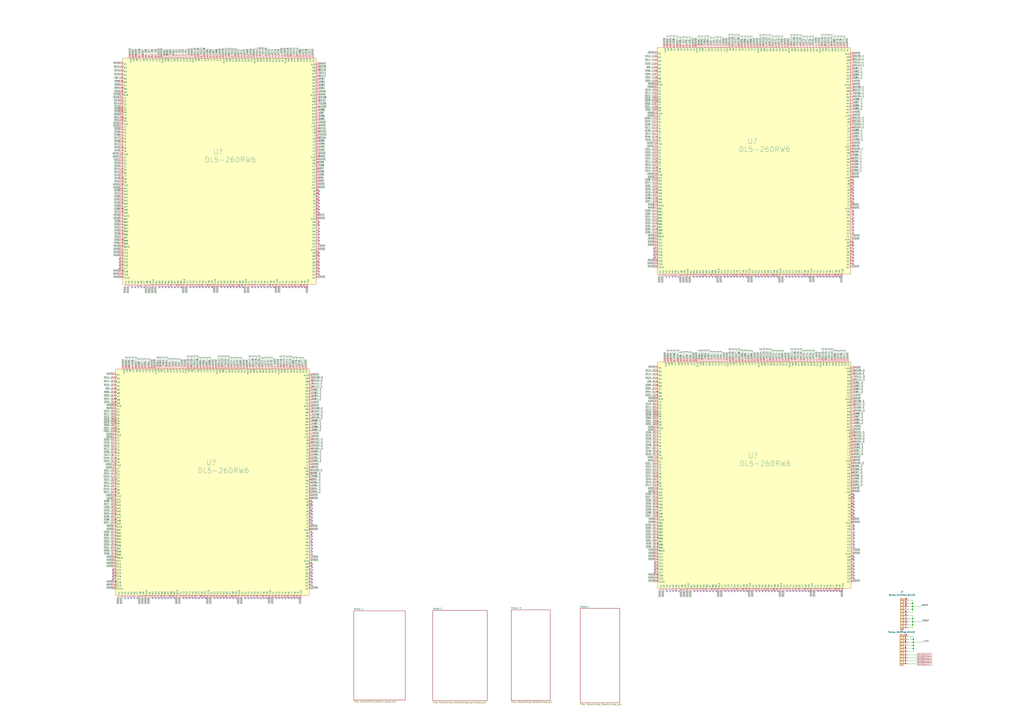
<source format=kicad_sch>
(kicad_sch (version 20211123) (generator eeschema)
  (paper "A1")
  (junction (at 750.1636 530.4282))
  (junction (at 749.4778 498.2972))
  (junction (at 750.1636 532.9682))
  (junction (at 749.5286 508.4572))
  (junction (at 749.5286 510.9972))
  (junction (at 750.1636 527.8882))
  (junction (at 750.1636 525.3482))
  (junction (at 749.5286 513.5372))
  (junction (at 749.4778 500.8372))
  (junction (at 749.4778 495.7572))
  (no_connect (at 700.9638 156.2608))
  (no_connect (at 636.4224 485.9782))
  (no_connect (at 140.6398 491.7186))
  (no_connect (at 700.9638 191.8208))
  (no_connect (at 557.1998 227.6348))
  (no_connect (at 537.1338 204.5208))
  (no_connect (at 653.7198 227.6348))
  (no_connect (at 676.5798 227.6348))
  (no_connect (at 649.1224 485.9782))
  (no_connect (at 684.1998 227.6348))
  (no_connect (at 701.4464 406.9842))
  (no_connect (at 701.4464 424.7642))
  (no_connect (at 234.6198 491.7186))
  (no_connect (at 183.8198 491.7186))
  (no_connect (at 595.7824 485.9782))
  (no_connect (at 229.5398 491.7186))
  (no_connect (at 700.9638 204.5208))
  (no_connect (at 600.3798 227.6348))
  (no_connect (at 646.0998 227.6348))
  (no_connect (at 256.4638 417.8046))
  (no_connect (at 681.6598 227.6348))
  (no_connect (at 701.4464 462.8642))
  (no_connect (at 256.4638 412.7246))
  (no_connect (at 256.4638 455.9046))
  (no_connect (at 193.9798 491.7186))
  (no_connect (at 168.5798 491.7186))
  (no_connect (at 256.4638 450.8246))
  (no_connect (at 701.4464 473.0242))
  (no_connect (at 654.2024 485.9782))
  (no_connect (at 700.9638 163.8808))
  (no_connect (at 92.6338 468.6046))
  (no_connect (at 547.7764 485.9782))
  (no_connect (at 256.4638 478.7646))
  (no_connect (at 701.4464 450.1642))
  (no_connect (at 105.3338 491.7186))
  (no_connect (at 701.4464 414.6042))
  (no_connect (at 214.2998 491.7186))
  (no_connect (at 648.6398 227.6348))
  (no_connect (at 633.3998 227.6348))
  (no_connect (at 580.0598 227.6348))
  (no_connect (at 701.4464 457.7842))
  (no_connect (at 585.6224 485.9782))
  (no_connect (at 700.9638 201.9808))
  (no_connect (at 557.6824 485.9782))
  (no_connect (at 595.2998 227.6348))
  (no_connect (at 674.0398 227.6348))
  (no_connect (at 232.0798 491.7186))
  (no_connect (at 160.9598 491.7186))
  (no_connect (at 549.8338 227.6348))
  (no_connect (at 256.4638 422.8846))
  (no_connect (at 256.4638 466.0646))
  (no_connect (at 537.6164 465.4042))
  (no_connect (at 608.4824 485.9782))
  (no_connect (at 578.0024 485.9782))
  (no_connect (at 138.0998 491.7186))
  (no_connect (at 687.2224 485.9782))
  (no_connect (at 550.3164 485.9782))
  (no_connect (at 628.8024 485.9782))
  (no_connect (at 633.8824 485.9782))
  (no_connect (at 552.8564 485.9782))
  (no_connect (at 701.4464 432.3842))
  (no_connect (at 701.4464 412.0642))
  (no_connect (at 256.4638 420.3446))
  (no_connect (at 256.4638 476.2246))
  (no_connect (at 700.9638 181.6608))
  (no_connect (at 570.3824 485.9782))
  (no_connect (at 674.5224 485.9782))
  (no_connect (at 256.4638 471.1446))
  (no_connect (at 701.4464 419.6842))
  (no_connect (at 256.4638 415.2646))
  (no_connect (at 621.1824 485.9782))
  (no_connect (at 700.9638 214.6808))
  (no_connect (at 701.4464 470.4842))
  (no_connect (at 701.4464 445.0842))
  (no_connect (at 181.2798 491.7186))
  (no_connect (at 554.9138 227.6348))
  (no_connect (at 689.7624 485.9782))
  (no_connect (at 700.9638 174.0408))
  (no_connect (at 204.1398 491.7186))
  (no_connect (at 256.4638 425.4246))
  (no_connect (at 256.4638 448.2846))
  (no_connect (at 651.6624 485.9782))
  (no_connect (at 701.4464 440.0042))
  (no_connect (at 256.4638 427.9646))
  (no_connect (at 659.2824 485.9782))
  (no_connect (at 102.7938 491.7186))
  (no_connect (at 211.7598 491.7186))
  (no_connect (at 127.9398 491.7186))
  (no_connect (at 700.9638 217.2208))
  (no_connect (at 635.9398 227.6348))
  (no_connect (at 701.4464 434.9242))
  (no_connect (at 256.4638 473.6846))
  (no_connect (at 176.1998 491.7186))
  (no_connect (at 158.4198 491.7186))
  (no_connect (at 537.1338 209.6008))
  (no_connect (at 597.8398 227.6348))
  (no_connect (at 623.7224 485.9782))
  (no_connect (at 700.9638 209.6008))
  (no_connect (at 658.7998 227.6348))
  (no_connect (at 638.4798 227.6348))
  (no_connect (at 631.3424 485.9782))
  (no_connect (at 133.0198 491.7186))
  (no_connect (at 201.5998 491.7186))
  (no_connect (at 701.4464 447.6242))
  (no_connect (at 701.4464 460.3242))
  (no_connect (at 613.5624 485.9782))
  (no_connect (at 623.2398 227.6348))
  (no_connect (at 186.3598 491.7186))
  (no_connect (at 605.4598 227.6348))
  (no_connect (at 244.7798 491.7186))
  (no_connect (at 219.3798 491.7186))
  (no_connect (at 92.6338 471.1446))
  (no_connect (at 582.5998 227.6348))
  (no_connect (at 620.6998 227.6348))
  (no_connect (at 679.1198 227.6348))
  (no_connect (at 689.2798 227.6348))
  (no_connect (at 700.9638 199.4408))
  (no_connect (at 607.9998 227.6348))
  (no_connect (at 588.1624 485.9782))
  (no_connect (at 143.1798 491.7186))
  (no_connect (at 209.2198 491.7186))
  (no_connect (at 656.7424 485.9782))
  (no_connect (at 585.1398 227.6348))
  (no_connect (at 661.3398 227.6348))
  (no_connect (at 663.8798 227.6348))
  (no_connect (at 153.3398 491.7186))
  (no_connect (at 701.4464 417.1442))
  (no_connect (at 583.0824 485.9782))
  (no_connect (at 555.3964 485.9782))
  (no_connect (at 537.6164 462.8642))
  (no_connect (at 700.9638 186.7408))
  (no_connect (at 166.0398 491.7186))
  (no_connect (at 572.9224 485.9782))
  (no_connect (at 656.2598 227.6348))
  (no_connect (at 112.6998 491.7186))
  (no_connect (at 239.6998 491.7186))
  (no_connect (at 700.9638 179.1208))
  (no_connect (at 580.5424 485.9782))
  (no_connect (at 701.4464 409.5242))
  (no_connect (at 671.4998 227.6348))
  (no_connect (at 626.2624 485.9782))
  (no_connect (at 602.9198 227.6348))
  (no_connect (at 625.7798 227.6348))
  (no_connect (at 569.8998 227.6348))
  (no_connect (at 256.4638 453.3646))
  (no_connect (at 598.3224 485.9782))
  (no_connect (at 603.4024 485.9782))
  (no_connect (at 577.5198 227.6348))
  (no_connect (at 150.7998 491.7186))
  (no_connect (at 572.4398 227.6348))
  (no_connect (at 262.1026 192.7606))
  (no_connect (at 262.1026 197.8406))
  (no_connect (at 262.1026 195.3006))
  (no_connect (at 262.1026 200.3806))
  (no_connect (at 262.1026 190.2206))
  (no_connect (at 262.1026 185.1406))
  (no_connect (at 262.1026 182.6006))
  (no_connect (at 262.1026 187.6806))
  (no_connect (at 262.1026 174.9806))
  (no_connect (at 262.1026 169.9006))
  (no_connect (at 262.1026 167.3606))
  (no_connect (at 262.1026 164.8206))
  (no_connect (at 262.1026 162.2806))
  (no_connect (at 262.1026 159.7406))
  (no_connect (at 262.1026 157.2006))
  (no_connect (at 262.1026 172.4406))
  (no_connect (at 181.8386 236.1946))
  (no_connect (at 184.3786 236.1946))
  (no_connect (at 186.9186 236.1946))
  (no_connect (at 189.4586 236.1946))
  (no_connect (at 212.3186 236.1946))
  (no_connect (at 207.2386 236.1946))
  (no_connect (at 209.7786 236.1946))
  (no_connect (at 214.8586 236.1946))
  (no_connect (at 232.6386 236.1946))
  (no_connect (at 235.1786 236.1946))
  (no_connect (at 237.7186 236.1946))
  (no_connect (at 240.2586 236.1946))
  (no_connect (at 194.5386 236.1946))
  (no_connect (at 191.9986 236.1946))
  (no_connect (at 197.0786 236.1946))
  (no_connect (at 199.6186 236.1946))
  (no_connect (at 217.3986 236.1946))
  (no_connect (at 219.9386 236.1946))
  (no_connect (at 222.4786 236.1946))
  (no_connect (at 225.0186 236.1946))
  (no_connect (at 262.1026 220.7006))
  (no_connect (at 262.1026 223.2406))
  (no_connect (at 262.1026 218.1606))
  (no_connect (at 262.1026 215.6206))
  (no_connect (at 262.1026 225.7806))
  (no_connect (at 262.1026 210.5406))
  (no_connect (at 262.1026 208.0006))
  (no_connect (at 262.1026 213.0806))
  (no_connect (at 247.8786 236.1946))
  (no_connect (at 242.7986 236.1946))
  (no_connect (at 245.3386 236.1946))
  (no_connect (at 250.4186 236.1946))
  (no_connect (at 701.4464 475.5642))
  (no_connect (at 700.9638 158.8008))
  (no_connect (at 216.8398 491.7186))
  (no_connect (at 638.9624 485.9782))
  (no_connect (at 700.9638 161.3408))
  (no_connect (at 256.4638 468.6046))
  (no_connect (at 684.6824 485.9782))
  (no_connect (at 613.0798 227.6348))
  (no_connect (at 155.8798 491.7186))
  (no_connect (at 700.9638 212.1408))
  (no_connect (at 166.5986 236.1946))
  (no_connect (at 169.1386 236.1946))
  (no_connect (at 171.6786 236.1946))
  (no_connect (at 174.2186 236.1946))
  (no_connect (at 146.2786 236.1946))
  (no_connect (at 131.0386 236.1946))
  (no_connect (at 136.1186 236.1946))
  (no_connect (at 133.5786 236.1946))
  (no_connect (at 141.1986 236.1946))
  (no_connect (at 143.7386 236.1946))
  (no_connect (at 138.6586 236.1946))
  (no_connect (at 148.8186 236.1946))
  (no_connect (at 156.4386 236.1946))
  (no_connect (at 161.5186 236.1946))
  (no_connect (at 158.9786 236.1946))
  (no_connect (at 164.0586 236.1946))
  (no_connect (at 108.4326 236.1946))
  (no_connect (at 110.9726 236.1946))
  (no_connect (at 116.0526 236.1946))
  (no_connect (at 113.5126 236.1946))
  (no_connect (at 118.3386 236.1946))
  (no_connect (at 682.1424 485.9782))
  (no_connect (at 605.9424 485.9782))
  (no_connect (at 237.1598 491.7186))
  (no_connect (at 537.1338 207.0608))
  (no_connect (at 206.6798 491.7186))
  (no_connect (at 256.4638 440.6646))
  (no_connect (at 700.9638 153.7208))
  (no_connect (at 646.5824 485.9782))
  (no_connect (at 98.2726 220.7006))
  (no_connect (at 98.2726 218.1606))
  (no_connect (at 98.2726 215.6206))
  (no_connect (at 98.2726 213.0806))
  (no_connect (at 630.8598 227.6348))
  (no_connect (at 256.4638 463.5246))
  (no_connect (at 256.4638 445.7446))
  (no_connect (at 700.9638 184.2008))
  (no_connect (at 256.4638 481.3046))
  (no_connect (at 700.9638 151.1808))
  (no_connect (at 92.6338 473.6846))
  (no_connect (at 188.8998 491.7186))
  (no_connect (at 537.1338 212.1408))
  (no_connect (at 701.4464 437.4642))
  (no_connect (at 92.6338 476.2246))
  (no_connect (at 587.6798 227.6348))
  (no_connect (at 135.5598 491.7186))
  (no_connect (at 256.4638 438.1246))
  (no_connect (at 628.3198 227.6348))
  (no_connect (at 226.9998 491.7186))
  (no_connect (at 671.9824 485.9782))
  (no_connect (at 701.4464 467.9442))
  (no_connect (at 701.4464 465.4042))
  (no_connect (at 600.8624 485.9782))
  (no_connect (at 679.6024 485.9782))
  (no_connect (at 107.8738 491.7186))
  (no_connect (at 256.4638 443.2046))
  (no_connect (at 191.4398 491.7186))
  (no_connect (at 574.9798 227.6348))
  (no_connect (at 700.9638 189.2808))
  (no_connect (at 178.7398 491.7186))
  (no_connect (at 611.0224 485.9782))
  (no_connect (at 686.7398 227.6348))
  (no_connect (at 700.9638 166.4208))
  (no_connect (at 125.3998 491.7186))
  (no_connect (at 700.9638 207.0608))
  (no_connect (at 256.4638 430.5046))
  (no_connect (at 575.4624 485.9782))
  (no_connect (at 547.2938 227.6348))
  (no_connect (at 701.4464 442.5442))
  (no_connect (at 163.4998 491.7186))
  (no_connect (at 677.0624 485.9782))
  (no_connect (at 537.6164 470.4842))
  (no_connect (at 664.3624 485.9782))
  (no_connect (at 701.4464 422.2242))
  (no_connect (at 610.5398 227.6348))
  (no_connect (at 130.4798 491.7186))
  (no_connect (at 700.9638 148.6408))
  (no_connect (at 110.4138 491.7186))
  (no_connect (at 651.1798 227.6348))
  (no_connect (at 700.9638 176.5808))
  (no_connect (at 537.6164 467.9442))
  (no_connect (at 661.8224 485.9782))
  (no_connect (at 552.3738 227.6348))
  (no_connect (at 242.2398 491.7186))
  (wire (pts (xy 153.5176 40.3606) (xy 153.5176 45.0596)))
  (wire (pts (xy 668.4518 29.1338) (xy 668.4518 36.6268)))
  (wire (pts (xy 531.876 201.9808) (xy 537.1338 201.9808)))
  (wire (pts (xy 530.0472 361.5182) (xy 537.6164 361.5182)))
  (wire (pts (xy 93.5482 75.9206) (xy 98.2726 75.9206)))
  (wire (pts (xy 530.0218 344.4748) (xy 537.6164 344.5002)))
  (wire (pts (xy 701.4464 335.8642) (xy 709.8284 335.8642)))
  (wire (pts (xy 529.9202 325.6788) (xy 537.6164 325.7042)))
  (wire (pts (xy 262.1026 177.5206) (xy 266.446 177.5206)))
  (wire (pts (xy 531.6982 93.5228) (xy 537.1338 93.5228)))
  (wire (pts (xy 190.9318 293.2176) (xy 190.9318 300.7106)))
  (wire (pts (xy 93.4974 134.5946) (xy 98.2726 134.5946)))
  (wire (pts (xy 93.345 97.2566) (xy 98.2726 97.2566)))
  (wire (pts (xy 745.8202 505.9172) (xy 749.5286 505.9426)))
  (wire (pts (xy 87.376 463.5246) (xy 92.6338 463.5246)))
  (wire (pts (xy 256.4638 359.3846) (xy 261.874 359.3592)))
  (wire (pts (xy 256.4638 433.0446) (xy 260.8072 433.0446)))
  (wire (pts (xy 557.5554 287.2994) (xy 557.5554 294.8432)))
  (wire (pts (xy 545.2364 485.9782) (xy 545.2364 490.7026)))
  (wire (pts (xy 666.4198 227.6348) (xy 666.4198 232.0544)))
  (wire (pts (xy 700.9638 108.0008) (xy 708.3806 108.0008)))
  (wire (pts (xy 262.1026 139.4206) (xy 266.2174 139.4206)))
  (wire (pts (xy 262.1026 228.3206) (xy 266.954 228.3206)))
  (wire (pts (xy 595.4014 289.4584) (xy 595.4014 294.8432)))
  (wire (pts (xy 605.4344 286.385) (xy 605.4344 294.9702)))
  (wire (pts (xy 85.1154 415.29) (xy 92.6338 415.2646)))
  (wire (pts (xy 267.5636 101.3206) (xy 262.1026 101.3206)))
  (wire (pts (xy 530.1488 347.0402) (xy 537.6164 347.0402)))
  (wire (pts (xy 123.4186 240.9952) (xy 123.4186 236.1946)))
  (wire (pts (xy 85.1154 341.3506) (xy 92.6338 341.3506)))
  (wire (pts (xy 206.7306 39.8526) (xy 206.7306 45.1866)))
  (wire (pts (xy 256.4638 382.2446) (xy 261.7216 382.2446)))
  (wire (pts (xy 85.217 420.3446) (xy 92.6338 420.3446)))
  (wire (pts (xy 701.4464 313.0042) (xy 710.1078 313.0042)))
  (wire (pts (xy 529.6916 131.1148) (xy 537.1338 131.1148)))
  (wire (pts (xy 530.0472 374.1928) (xy 537.6164 374.2182)))
  (wire (pts (xy 529.971 311.4802) (xy 537.6164 311.4802)))
  (wire (pts (xy 256.4638 349.2246) (xy 263.906 349.2246)))
  (wire (pts (xy 127.8128 295.148) (xy 127.8128 300.5836)))
  (wire (pts (xy 633.3744 286.258) (xy 633.3744 294.9702)))
  (wire (pts (xy 529.336 86.2076) (xy 537.1338 86.1568)))
  (wire (pts (xy 615.5944 287.4772) (xy 615.5944 294.9702)))
  (wire (pts (xy 529.6408 67.3608) (xy 537.1338 67.3608)))
  (wire (pts (xy 204.1906 40.2844) (xy 204.1906 45.1866)))
  (wire (pts (xy 750.1636 522.8082) (xy 750.1636 525.3482)))
  (wire (pts (xy 630.8344 286.1818) (xy 630.8344 294.9702)))
  (wire (pts (xy 229.5906 40.3352) (xy 229.5906 45.1866)))
  (wire (pts (xy 151.3586 240.9698) (xy 151.3586 236.1946)))
  (wire (pts (xy 231.5718 292.1508) (xy 231.5718 300.7106)))
  (wire (pts (xy 256.4638 364.4646) (xy 265.0998 364.4646)))
  (wire (pts (xy 93.599 144.7546) (xy 98.2726 144.7546)))
  (wire (pts (xy 145.7198 496.4938) (xy 145.7198 491.7186)))
  (wire (pts (xy 530.0472 342.2142) (xy 537.6164 342.2142)))
  (wire (pts (xy 691.7944 287.4772) (xy 691.7944 294.9702)))
  (wire (pts (xy 640.5118 28.9814) (xy 640.5118 36.6268)))
  (wire (pts (xy 135.1788 293.0906) (xy 135.1788 300.5836)))
  (wire (pts (xy 262.1026 116.5606) (xy 266.6492 116.5606)))
  (wire (pts (xy 562.7624 490.7788) (xy 562.7624 485.9782)))
  (wire (pts (xy 530.1488 414.6296) (xy 537.6164 414.6042)))
  (wire (pts (xy 700.9638 100.3808) (xy 709.7268 100.3808)))
  (wire (pts (xy 700.9638 194.3608) (xy 705.9168 194.3608)))
  (wire (pts (xy 745.8202 508.4572) (xy 749.5286 508.4572)))
  (wire (pts (xy 700.9638 95.3008) (xy 706.374 95.2754)))
  (wire (pts (xy 531.9776 168.9608) (xy 537.1338 168.9608)))
  (wire (pts (xy 183.3118 291.9984) (xy 183.3118 300.7106)))
  (wire (pts (xy 93.472 139.6746) (xy 98.2726 139.6746)))
  (wire (pts (xy 93.599 64.7446) (xy 98.2726 64.7446)))
  (wire (pts (xy 708.406 394.2842) (xy 701.4464 394.2842)))
  (wire (pts (xy 700.9638 110.5408) (xy 708.5076 110.5408)))
  (wire (pts (xy 532.1046 354.1522) (xy 537.6164 354.1522)))
  (wire (pts (xy 85.1154 328.676) (xy 92.6338 328.6506)))
  (wire (pts (xy 196.5706 40.4114) (xy 196.5706 45.1866)))
  (wire (pts (xy 622.7318 31.115) (xy 622.7318 36.6268)))
  (wire (pts (xy 230.0986 240.6904) (xy 230.0986 236.1946)))
  (wire (pts (xy 529.5646 148.6408) (xy 537.1338 148.6408)))
  (wire (pts (xy 87.3506 308.0766) (xy 92.6338 308.0766)))
  (wire (pts (xy 671.4744 288.9504) (xy 671.4744 294.9702)))
  (wire (pts (xy 219.4306 39.1668) (xy 219.4306 45.1866)))
  (wire (pts (xy 188.9506 39.37) (xy 188.9506 45.1866)))
  (wire (pts (xy 256.4638 321.2846) (xy 263.9568 321.2846)))
  (wire (pts (xy 532.4602 427.3042) (xy 537.6164 427.3042)))
  (wire (pts (xy 602.4118 27.5336) (xy 602.4118 36.6268)))
  (wire (pts (xy 620.6744 289.5346) (xy 620.6744 294.9702)))
  (wire (pts (xy 123.0122 294.3352) (xy 122.9868 300.5836)))
  (wire (pts (xy 135.9916 40.4368) (xy 135.9916 45.0596)))
  (wire (pts (xy 686.7398 287.401) (xy 686.7144 294.9702)))
  (wire (pts (xy 93.2942 55.6006) (xy 98.2726 55.6006)))
  (wire (pts (xy 589.8388 29.6164) (xy 589.8388 36.4998)))
  (wire (pts (xy 674.0144 289.1282) (xy 674.0144 294.9702)))
  (wire (pts (xy 181.3306 39.751) (xy 181.3306 45.1866)))
  (wire (pts (xy 529.59 58.9788) (xy 537.1338 58.9788)))
  (wire (pts (xy 93.0656 180.0606) (xy 98.2726 180.0606)))
  (wire (pts (xy 648.6144 289.7886) (xy 648.6144 294.9702)))
  (wire (pts (xy 565.1754 288.4424) (xy 565.1754 294.8432)))
  (wire (pts (xy 587.2988 30.099) (xy 587.2988 36.4998)))
  (wire (pts (xy 93.1164 205.4606) (xy 98.2726 205.4606)))
  (wire (pts (xy 745.8202 503.3772) (xy 749.4778 503.3772)))
  (wire (pts (xy 750.1636 530.4282) (xy 750.1636 532.9682)))
  (wire (pts (xy 529.6408 47.0408) (xy 537.1338 47.0408)))
  (wire (pts (xy 93.5228 157.2006) (xy 98.2726 157.2006)))
  (wire (pts (xy 701.4464 478.1042) (xy 706.2978 478.1042)))
  (wire (pts (xy 656.2344 286.2072) (xy 656.2344 294.9702)))
  (wire (pts (xy 562.2798 232.4354) (xy 562.2798 227.6348)))
  (wire (pts (xy 93.5482 116.8146) (xy 98.2726 116.8146)))
  (wire (pts (xy 87.0966 407.8986) (xy 92.6338 407.8986)))
  (wire (pts (xy 176.784 240.7666) (xy 176.7586 236.1946)))
  (wire (pts (xy 87.376 483.8446) (xy 92.6338 483.8446)))
  (wire (pts (xy 701.4464 315.5442) (xy 708.7362 315.5442)))
  (wire (pts (xy 262.1026 88.6206) (xy 268.0462 88.646)))
  (wire (pts (xy 93.5736 119.3546) (xy 98.2726 119.3546)))
  (wire (pts (xy 529.4884 79.8068) (xy 537.1338 79.8068)))
  (wire (pts (xy 221.9706 40.3352) (xy 221.9706 45.1866)))
  (wire (pts (xy 706.8566 328.2442) (xy 701.4464 328.2442)))
  (wire (pts (xy 256.4638 379.7046) (xy 263.9568 379.7046)))
  (wire (pts (xy 531.9014 69.6468) (xy 537.1338 69.6468)))
  (wire (pts (xy 530.1742 356.4382) (xy 537.6164 356.4382)))
  (wire (pts (xy 701.4464 386.6642) (xy 708.1012 386.6642)))
  (wire (pts (xy 142.8496 294.2082) (xy 142.7988 300.5836)))
  (wire (pts (xy 263.7282 328.93) (xy 256.4638 328.9046)))
  (wire (pts (xy 256.4638 361.9246) (xy 265.0744 361.8992)))
  (wire (pts (xy 262.1026 108.9406) (xy 267.97 108.9406)))
  (wire (pts (xy 532.3332 302.3362) (xy 537.6164 302.3362)))
  (wire (pts (xy 529.6408 136.1948) (xy 537.1338 136.1948)))
  (wire (pts (xy 93.6498 147.2946) (xy 98.2726 147.2946)))
  (wire (pts (xy 700.9638 54.6608) (xy 709.5236 54.6608)))
  (wire (pts (xy 85.1154 425.4246) (xy 92.6338 425.4246)))
  (wire (pts (xy 590.3214 288.3662) (xy 590.3214 294.8432)))
  (wire (pts (xy 529.5646 151.1808) (xy 537.1338 151.1808)))
  (wire (pts (xy 705.6374 146.1008) (xy 700.9638 146.1008)))
  (wire (pts (xy 645.5918 31.2928) (xy 645.5918 36.6268)))
  (wire (pts (xy 700.9638 118.1608) (xy 706.2216 118.1608)))
  (wire (pts (xy 530.0472 389.4582) (xy 537.6164 389.4582)))
  (wire (pts (xy 557.0728 28.956) (xy 557.0728 36.4998)))
  (wire (pts (xy 670.9918 30.607) (xy 670.9918 36.6268)))
  (wire (pts (xy 531.5966 143.8148) (xy 537.1338 143.8148)))
  (wire (pts (xy 532.3586 473.0242) (xy 537.6164 473.0242)))
  (wire (pts (xy 203.6318 295.529) (xy 203.6318 300.7106)))
  (wire (pts (xy 168.0718 293.1414) (xy 168.0718 300.7106)))
  (wire (pts (xy 529.6408 53.1368) (xy 537.1338 53.1368)))
  (wire (pts (xy 266.7254 73.3806) (xy 262.1026 73.3806)))
  (wire (pts (xy 705.7898 171.5008) (xy 700.9638 171.5008)))
  (wire (pts (xy 745.8202 493.2172) (xy 749.4778 493.2172)))
  (wire (pts (xy 678.6118 27.6606) (xy 678.6118 36.6268)))
  (wire (pts (xy 710.057 305.3842) (xy 701.4464 305.3842)))
  (wire (pts (xy 256.4638 339.0646) (xy 265.1252 339.0646)))
  (wire (pts (xy 618.1598 227.6348) (xy 618.1598 232.2068)))
  (wire (pts (xy 529.6662 141.2748) (xy 537.1338 141.2748)))
  (wire (pts (xy 262.1026 152.1206) (xy 266.6238 152.0952)))
  (wire (pts (xy 590.7024 490.7534) (xy 590.7024 485.9782)))
  (wire (pts (xy 532.384 452.7042) (xy 537.6164 452.7042)))
  (wire (pts (xy 236.6518 300.7106) (xy 236.6518 292.227)))
  (wire (pts (xy 105.8926 236.1946) (xy 105.8926 240.919)))
  (wire (pts (xy 93.4974 169.9006) (xy 98.2726 169.9006)))
  (wire (pts (xy 249.9106 40.2844) (xy 249.9106 45.1866)))
  (wire (pts (xy 262.1026 134.3406) (xy 266.1158 134.3406)))
  (wire (pts (xy 710.1586 310.4642) (xy 701.4464 310.4642)))
  (wire (pts (xy 256.4638 351.7646) (xy 263.9568 351.7392)))
  (wire (pts (xy 529.59 126.0348) (xy 537.1338 126.0348)))
  (wire (pts (xy 665.9118 29.1846) (xy 665.9118 36.6268)))
  (wire (pts (xy 593.2424 490.6518) (xy 593.2424 485.9782)))
  (wire (pts (xy 745.8202 513.5372) (xy 749.5286 513.5372)))
  (wire (pts (xy 632.8918 27.813) (xy 632.8918 36.6268)))
  (wire (pts (xy 93.4974 167.3606) (xy 98.2726 167.3606)))
  (wire (pts (xy 745.5408 522.8082) (xy 750.1636 522.8082)))
  (wire (pts (xy 749.4778 498.2972) (xy 749.4778 500.8372)))
  (wire (pts (xy 529.5646 83.8708) (xy 537.1338 83.8708)))
  (wire (pts (xy 529.9964 317.3222) (xy 537.6164 317.3222)))
  (wire (pts (xy 594.9188 31.115) (xy 594.9188 36.4998)))
  (wire (pts (xy 267.0556 205.4606) (xy 262.1026 205.4606)))
  (wire (pts (xy 532.1808 351.8662) (xy 537.6164 351.8662)))
  (wire (pts (xy 620.1918 31.1912) (xy 620.1918 36.6268)))
  (wire (pts (xy 565.3024 490.7026) (xy 565.3024 485.9782)))
  (wire (pts (xy 700.9638 133.4008) (xy 707.771 133.4008)))
  (wire (pts (xy 530.0726 424.7642) (xy 537.6164 424.7642)))
  (wire (pts (xy 266.7762 154.6606) (xy 262.1026 154.6606)))
  (wire (pts (xy 93.6244 70.3326) (xy 98.2726 70.3326)))
  (wire (pts (xy 241.7318 293.0652) (xy 241.7318 300.7106)))
  (wire (pts (xy 531.2918 314.5282) (xy 537.6164 314.5282)))
  (wire (pts (xy 93.5228 121.8946) (xy 98.2726 121.8946)))
  (wire (pts (xy 262.1026 63.2206) (xy 267.7668 63.1952)))
  (wire (pts (xy 93.0148 210.5406) (xy 98.2726 210.5406)))
  (wire (pts (xy 661.3144 287.5026) (xy 661.3144 294.9702)))
  (wire (pts (xy 530.1742 364.0582) (xy 537.6164 364.0582)))
  (wire (pts (xy 85.0392 362.1532) (xy 92.6338 362.1786)))
  (wire (pts (xy 262.1026 129.2606) (xy 267.0556 129.2352)))
  (wire (pts (xy 700.9638 57.2008) (xy 708.2028 57.2008)))
  (wire (pts (xy 570.0268 31.1912) (xy 570.0268 36.4998)))
  (wire (pts (xy 532.4602 455.2442) (xy 537.6164 455.2442)))
  (wire (pts (xy 753.2116 545.6682) (xy 745.5408 545.6682)))
  (wire (pts (xy 256.4638 374.6246) (xy 263.8806 374.6246)))
  (wire (pts (xy 745.5408 527.8882) (xy 750.1636 527.8882)))
  (wire (pts (xy 666.4452 287.401) (xy 666.3944 294.9702)))
  (wire (pts (xy 708.66 320.6496) (xy 701.4464 320.6242)))
  (wire (pts (xy 262.1026 98.7806) (xy 266.6492 98.7806)))
  (wire (pts (xy 256.4638 318.7446) (xy 264.795 318.77)))
  (wire (pts (xy 256.4638 394.9446) (xy 263.2202 394.9446)))
  (wire (pts (xy 531.6728 72.1868) (xy 537.1338 72.1868)))
  (wire (pts (xy 262.1026 53.0606) (xy 267.5636 53.0606)))
  (wire (pts (xy 85.1154 427.9646) (xy 92.6338 427.9646)))
  (wire (pts (xy 701.4464 318.0842) (xy 708.8124 318.0842)))
  (wire (pts (xy 153.8986 240.8682) (xy 153.8986 236.1946)))
  (wire (pts (xy 602.869 286.2072) (xy 602.8944 294.9702)))
  (wire (pts (xy 701.4464 325.7042) (xy 706.882 325.7042)))
  (wire (pts (xy 529.463 81.915) (xy 537.1338 81.8388)))
  (wire (pts (xy 86.36 320.2686) (xy 92.6338 320.2686)))
  (wire (pts (xy 85.217 395.1986) (xy 92.6338 395.1986)))
  (wire (pts (xy 552.0182 287.3248) (xy 551.9674 294.8432)))
  (wire (pts (xy 239.7506 39.0144) (xy 239.7506 45.1866)))
  (wire (pts (xy 706.374 69.9008) (xy 700.9638 69.9008)))
  (wire (pts (xy 532.13 475.5642) (xy 537.6164 475.5642)))
  (wire (pts (xy 87.4014 333.7306) (xy 92.6338 333.7306)))
  (wire (pts (xy 163.0172 291.9476) (xy 162.9918 300.7106)))
  (wire (pts (xy 262.1026 149.5806) (xy 266.192 149.5806)))
  (wire (pts (xy 93.5482 195.3006) (xy 98.2726 195.3006)))
  (wire (pts (xy 546.4048 31.0134) (xy 546.4048 36.4998)))
  (wire (pts (xy 700.9638 125.7808) (xy 707.771 125.7808)))
  (wire (pts (xy 531.4188 120.9548) (xy 537.1338 120.9548)))
  (wire (pts (xy 612.5718 29.0068) (xy 612.5718 36.6268)))
  (wire (pts (xy 85.09 445.77) (xy 92.6338 445.7446)))
  (wire (pts (xy 701.4464 346.0242) (xy 708.8632 346.0242)))
  (wire (pts (xy 85.2932 374.8786) (xy 92.6338 374.8786)))
  (wire (pts (xy 653.6944 286.2072) (xy 653.6944 294.9702)))
  (wire (pts (xy 691.3118 29.0322) (xy 691.3118 36.6268)))
  (wire (pts (xy 529.9964 358.9782) (xy 537.6164 358.9782)))
  (wire (pts (xy 700.9638 130.8608) (xy 707.8472 130.8608)))
  (wire (pts (xy 263.2964 402.6154) (xy 256.4638 402.5646)))
  (wire (pts (xy 753.2116 543.1282) (xy 745.5408 543.1282)))
  (wire (pts (xy 544.7538 227.6348) (xy 544.7538 232.3592)))
  (wire (pts (xy 567.4868 29.6672) (xy 567.4868 36.4998)))
  (wire (pts (xy 684.2252 286.2072) (xy 684.1744 294.9702)))
  (wire (pts (xy 709.4474 52.1208) (xy 700.9638 52.1208)))
  (wire (pts (xy 244.8306 39.1668) (xy 244.8306 45.1866)))
  (wire (pts (xy 87.4014 458.4446) (xy 92.6338 458.4446)))
  (wire (pts (xy 85.1154 325.882) (xy 92.6338 325.8566)))
  (wire (pts (xy 256.4638 344.1446) (xy 264.9982 344.1446)))
  (wire (pts (xy 86.741 382.4986) (xy 92.6338 382.4986)))
  (wire (pts (xy 262.1026 91.1606) (xy 266.6492 91.1606)))
  (wire (pts (xy 256.4638 483.8446) (xy 261.3152 483.8446)))
  (wire (pts (xy 706.3994 455.2442) (xy 701.4464 455.2442)))
  (wire (pts (xy 529.7932 322.9102) (xy 537.6164 322.9102)))
  (wire (pts (xy 700.9638 85.1408) (xy 708.4822 85.1408)))
  (wire (pts (xy 530.0726 422.2496) (xy 537.6164 422.2242)))
  (wire (pts (xy 610.0318 28.956) (xy 610.0318 36.6268)))
  (wire (pts (xy 256.4638 384.7846) (xy 261.4168 384.7592)))
  (wire (pts (xy 530.3012 447.6496) (xy 537.6164 447.6242)))
  (wire (pts (xy 106.9848 293.0906) (xy 106.9848 300.5836)))
  (wire (pts (xy 749.5286 513.5372) (xy 749.5286 516.0772)))
  (wire (pts (xy 93.5482 162.2806) (xy 98.2726 162.2806)))
  (wire (pts (xy 262.1026 126.7206) (xy 267.3604 126.7206)))
  (wire (pts (xy 575.3354 287.4264) (xy 575.3354 294.8432)))
  (wire (pts (xy 532.1554 330.5302) (xy 537.6164 330.5302)))
  (wire (pts (xy 193.4718 293.2176) (xy 193.4718 300.7106)))
  (wire (pts (xy 531.876 199.4408) (xy 537.1338 199.4408)))
  (wire (pts (xy 262.1026 141.9606) (xy 266.2682 141.9606)))
  (wire (pts (xy 84.9884 364.7186) (xy 92.6338 364.7186)))
  (wire (pts (xy 256.4638 354.3046) (xy 263.7028 354.3046)))
  (wire (pts (xy 252.4506 40.132) (xy 252.4506 45.1866)))
  (wire (pts (xy 646.0744 289.6362) (xy 646.0744 294.9702)))
  (wire (pts (xy 175.6918 295.275) (xy 175.6918 300.7106)))
  (wire (pts (xy 86.9188 385.0386) (xy 92.6338 385.0386)))
  (wire (pts (xy 745.8202 510.9972) (xy 749.5286 510.9972)))
  (wire (pts (xy 166.0906 39.0398) (xy 166.0906 45.1866)))
  (wire (pts (xy 262.1026 121.6406) (xy 266.8778 121.6406)))
  (wire (pts (xy 529.9202 399.6182) (xy 537.6164 399.6182)))
  (wire (pts (xy 701.4464 399.3642) (xy 708.3298 399.3642)))
  (wire (pts (xy 87.376 466.0646) (xy 92.6338 466.0646)))
  (wire (pts (xy 196.0118 293.1922) (xy 196.0118 300.7106)))
  (wire (pts (xy 643.509 287.5026) (xy 643.5344 294.9702)))
  (wire (pts (xy 85.0392 405.3586) (xy 92.6338 405.3586)))
  (wire (pts (xy 256.4638 387.3246) (xy 264.668 387.3246)))
  (wire (pts (xy 617.6518 29.083) (xy 617.6518 36.6268)))
  (wire (pts (xy 753.1862 540.5882) (xy 745.5408 540.5882)))
  (wire (pts (xy 749.5286 510.9972) (xy 749.5286 513.5372)))
  (wire (pts (xy 84.8614 402.844) (xy 92.6338 402.8186)))
  (wire (pts (xy 244.2464 292.9382) (xy 244.2718 300.7106)))
  (wire (pts (xy 85.217 448.2846) (xy 92.6338 448.2846)))
  (wire (pts (xy 97.7138 491.7186) (xy 97.7138 496.443)))
  (wire (pts (xy 122.8598 496.6208) (xy 122.8598 491.7186)))
  (wire (pts (xy 93.5736 88.3666) (xy 98.2726 88.3666)))
  (wire (pts (xy 701.4464 330.7842) (xy 709.8792 330.7334)))
  (wire (pts (xy 529.5138 113.3094) (xy 537.1338 113.3348)))
  (wire (pts (xy 532.384 327.9902) (xy 537.6164 327.9902)))
  (wire (pts (xy 531.6474 217.2208) (xy 537.1338 217.2208)))
  (wire (pts (xy 204.6986 240.8428) (xy 204.6986 236.1946)))
  (wire (pts (xy 582.2188 28.829) (xy 582.2188 36.4998)))
  (wire (pts (xy 93.4974 132.0546) (xy 98.2726 132.0546)))
  (wire (pts (xy 551.5864 28.7274) (xy 551.4848 36.4998)))
  (wire (pts (xy 261.1374 410.1846) (xy 256.4638 410.1846)))
  (wire (pts (xy 211.2518 292.0492) (xy 211.2518 300.7106)))
  (wire (pts (xy 93.472 61.722) (xy 98.2726 61.6966)))
  (wire (pts (xy 93.3196 99.5426) (xy 98.2726 99.5426)))
  (wire (pts (xy 585.2414 288.3154) (xy 585.2414 294.8432)))
  (wire (pts (xy 180.7718 291.9476) (xy 180.7718 300.7106)))
  (wire (pts (xy 173.6598 491.7186) (xy 173.6598 496.2906)))
  (wire (pts (xy 592.3788 29.7434) (xy 592.3788 36.4998)))
  (wire (pts (xy 529.6154 184.2008) (xy 537.1338 184.2008)))
  (wire (pts (xy 93.726 67.5386) (xy 98.2726 67.5386)))
  (wire (pts (xy 643.5598 232.283) (xy 643.5598 227.6348)))
  (wire (pts (xy 93.5228 172.4406) (xy 98.2726 172.4406)))
  (wire (pts (xy 256.4638 367.0046) (xy 265.0744 366.9792)))
  (wire (pts (xy 267.7668 60.6806) (xy 262.1026 60.6806)))
  (wire (pts (xy 93.1164 177.5206) (xy 98.2726 177.5206)))
  (wire (pts (xy 84.9376 377.4186) (xy 92.6338 377.4186)))
  (wire (pts (xy 701.4464 343.4842) (xy 708.7362 343.4842)))
  (wire (pts (xy 202.1586 236.1946) (xy 202.1586 240.9444)))
  (wire (pts (xy 683.6918 27.813) (xy 683.6918 36.6268)))
  (wire (pts (xy 120.8786 236.1946) (xy 120.8786 240.9952)))
  (wire (pts (xy 673.5318 30.7848) (xy 673.5318 36.6268)))
  (wire (pts (xy 643.0518 28.9052) (xy 643.0518 36.6268)))
  (wire (pts (xy 668.9598 232.1306) (xy 668.9598 227.6348)))
  (wire (pts (xy 87.122 359.8926) (xy 92.6338 359.8926)))
  (wire (pts (xy 261.2898 435.5846) (xy 256.4638 435.5846)))
  (wire (pts (xy 160.4518 291.9476) (xy 160.4518 300.7106)))
  (wire (pts (xy 262.1026 131.8006) (xy 267.3096 131.8006)))
  (wire (pts (xy 199.1106 40.4622) (xy 199.1106 45.1866)))
  (wire (pts (xy 529.6408 179.0954) (xy 537.1338 179.1208)))
  (wire (pts (xy 701.4464 338.4042) (xy 710.1332 338.4296)))
  (wire (pts (xy 625.2718 28.0162) (xy 625.2718 36.6268)))
  (wire (pts (xy 93.5482 137.1346) (xy 98.2726 137.1346)))
  (wire (pts (xy 532.0792 402.1582) (xy 537.6164 402.1582)))
  (wire (pts (xy 532.3332 404.6982) (xy 537.6164 404.6982)))
  (wire (pts (xy 531.8506 146.3548) (xy 537.1338 146.3548)))
  (wire (pts (xy 87.1474 481.3046) (xy 92.6338 481.3046)))
  (wire (pts (xy 85.0646 390.1186) (xy 92.6338 390.1186)))
  (wire (pts (xy 559.7398 227.6348) (xy 559.7398 232.4354)))
  (wire (pts (xy 701.4464 384.1242) (xy 708.3044 384.1242)))
  (wire (pts (xy 531.9268 171.5008) (xy 537.1338 171.5008)))
  (wire (pts (xy 85.1154 422.8846) (xy 92.6338 422.8846)))
  (wire (pts (xy 256.4638 407.6446) (xy 260.985 407.6192)))
  (wire (pts (xy 93.5736 58.6486) (xy 98.2726 58.6486)))
  (wire (pts (xy 178.2318 295.1988) (xy 178.2318 300.7106)))
  (wire (pts (xy 264.5664 316.2046) (xy 256.4638 316.2046)))
  (wire (pts (xy 92.9894 154.9146) (xy 98.2726 154.9146)))
  (wire (pts (xy 587.756 288.3408) (xy 587.7814 294.8432)))
  (wire (pts (xy 705.9168 196.9008) (xy 700.9638 196.9008)))
  (wire (pts (xy 749.5286 505.9426) (xy 749.5286 508.4572)))
  (wire (pts (xy 85.0138 347.9546) (xy 92.6338 347.9546)))
  (wire (pts (xy 529.4376 108.3056) (xy 537.1338 108.2548)))
  (wire (pts (xy 701.4464 427.3042) (xy 705.7898 427.3042)))
  (wire (pts (xy 158.4706 39.5986) (xy 158.4706 45.1866)))
  (wire (pts (xy 85.1916 455.9046) (xy 92.6338 455.9046)))
  (wire (pts (xy 750.1636 532.9682) (xy 750.1636 535.5082)))
  (wire (pts (xy 707.8472 135.9408) (xy 700.9638 135.9408)))
  (wire (pts (xy 529.6154 176.6062) (xy 537.1338 176.5808)))
  (wire (pts (xy 239.1918 292.1) (xy 239.1918 300.7106)))
  (wire (pts (xy 93.599 149.8346) (xy 98.2726 149.8346)))
  (wire (pts (xy 666.9024 485.9782) (xy 666.9024 490.3978)))
  (wire (pts (xy 191.4906 39.1922) (xy 191.4906 45.1866)))
  (wire (pts (xy 256.4638 372.0846) (xy 263.8298 372.0846)))
  (wire (pts (xy 93.599 187.6806) (xy 98.2726 187.6806)))
  (wire (pts (xy 529.9964 409.5242) (xy 537.6164 409.5242)))
  (wire (pts (xy 206.1718 292.0238) (xy 206.1718 300.7106)))
  (wire (pts (xy 132.6388 293.0398) (xy 132.6388 300.5836)))
  (wire (pts (xy 641.5024 485.9782) (xy 641.5024 490.728)))
  (wire (pts (xy 262.1026 65.7606) (xy 266.7762 65.7606)))
  (wire (pts (xy 107.5436 39.5732) (xy 107.5436 45.0596)))
  (wire (pts (xy 700.9638 72.4408) (xy 709.5236 72.4662)))
  (wire (pts (xy 564.6674 29.7942) (xy 564.6928 36.4998)))
  (wire (pts (xy 100.2538 491.7186) (xy 100.2538 496.443)))
  (wire (pts (xy 188.3918 291.9476) (xy 188.3918 300.7106)))
  (wire (pts (xy 256.4638 392.4046) (xy 263.3472 392.3538)))
  (wire (pts (xy 85.1662 369.7986) (xy 92.6338 369.7986)))
  (wire (pts (xy 529.209 98.0948) (xy 537.1338 98.0948)))
  (wire (pts (xy 256.4638 405.1046) (xy 263.2964 405.1046)))
  (wire (pts (xy 165.5318 293.2176) (xy 165.5318 300.7106)))
  (wire (pts (xy 706.9074 351.1042) (xy 701.4464 351.1042)))
  (wire (pts (xy 560.2224 485.9782) (xy 560.2224 490.7788)))
  (wire (pts (xy 745.5408 535.5082) (xy 750.1636 535.5082)))
  (wire (pts (xy 256.4638 369.5446) (xy 265.1506 369.5446)))
  (wire (pts (xy 185.8518 292.0238) (xy 185.8518 300.7106)))
  (wire (pts (xy 262.1026 93.7006) (xy 266.6492 93.7006)))
  (wire (pts (xy 256.4638 331.4446) (xy 261.8994 331.4446)))
  (wire (pts (xy 529.8948 432.3842) (xy 537.6164 432.3842)))
  (wire (pts (xy 85.09 440.6392) (xy 92.6338 440.6646)))
  (wire (pts (xy 599.8464 27.7114) (xy 599.8718 36.6268)))
  (wire (pts (xy 85.1662 379.9332) (xy 92.6338 379.9586)))
  (wire (pts (xy 567.3598 232.537) (xy 567.3598 227.6348)))
  (wire (pts (xy 93.3958 200.3806) (xy 98.2726 200.3806)))
  (wire (pts (xy 530.098 397.0528) (xy 537.6164 397.0782)))
  (wire (pts (xy 700.9638 74.9808) (xy 709.5998 74.93)))
  (wire (pts (xy 85.0646 400.2786) (xy 92.6338 400.2786)))
  (wire (pts (xy 532.3586 460.3242) (xy 537.6164 460.3242)))
  (wire (pts (xy 171.1706 40.2082) (xy 171.1706 45.1866)))
  (wire (pts (xy 572.3128 31.0642) (xy 572.3128 36.4998)))
  (wire (pts (xy 708.3552 396.8242) (xy 701.4464 396.8242)))
  (wire (pts (xy 529.6408 123.5202) (xy 537.1338 123.4948)))
  (wire (pts (xy 701.4464 348.5642) (xy 708.8124 348.5642)))
  (wire (pts (xy 140.8176 40.3352) (xy 140.8176 45.0596)))
  (wire (pts (xy 529.6408 181.6608) (xy 537.1338 181.6608)))
  (wire (pts (xy 179.2986 236.1946) (xy 179.2986 240.7666)))
  (wire (pts (xy 529.9202 406.9842) (xy 537.6164 406.9842)))
  (wire (pts (xy 529.7424 166.4716) (xy 537.1338 166.4208)))
  (wire (pts (xy 562.6354 288.6202) (xy 562.6354 294.8432)))
  (wire (pts (xy 694.3344 287.4264) (xy 694.3344 294.9702)))
  (wire (pts (xy 530.0218 366.6236) (xy 537.6164 366.5982)))
  (wire (pts (xy 700.9638 143.5608) (xy 705.485 143.5354)))
  (wire (pts (xy 109.7788 293.0652) (xy 109.7788 300.5836)))
  (wire (pts (xy 693.8518 29.21) (xy 693.8518 36.6268)))
  (wire (pts (xy 152.8318 295.1226) (xy 152.8318 300.7106)))
  (wire (pts (xy 689.2544 287.6042) (xy 689.2544 294.9702)))
  (wire (pts (xy 604.9518 27.6606) (xy 604.9518 36.6268)))
  (wire (pts (xy 93.5736 159.7406) (xy 98.2726 159.7406)))
  (wire (pts (xy 85.0646 314.1726) (xy 92.6338 314.1726)))
  (wire (pts (xy 256.4638 397.4846) (xy 263.2202 397.4846)))
  (wire (pts (xy 145.8976 40.3606) (xy 145.8976 45.0596)))
  (wire (pts (xy 706.2724 429.8442) (xy 701.4464 429.8442)))
  (wire (pts (xy 597.3318 31.0388) (xy 597.3318 36.6268)))
  (wire (pts (xy 85.1408 352.8314) (xy 92.6338 352.7806)))
  (wire (pts (xy 265.2268 311.1246) (xy 256.4638 311.1246)))
  (wire (pts (xy 681.6344 294.9702) (xy 681.6598 286.2072)))
  (wire (pts (xy 216.3064 293.2938) (xy 216.3318 300.7106)))
  (wire (pts (xy 117.6528 294.3098) (xy 117.6528 300.5836)))
  (wire (pts (xy 267.8684 55.6006) (xy 262.1026 55.6006)))
  (wire (pts (xy 262.1026 114.0206) (xy 267.8684 114.0206)))
  (wire (pts (xy 148.4376 40.3098) (xy 148.4376 45.0596)))
  (wire (pts (xy 143.3576 40.386) (xy 143.3576 45.0596)))
  (wire (pts (xy 529.6662 156.2608) (xy 537.1338 156.2608)))
  (wire (pts (xy 262.1026 83.5406) (xy 267.9954 83.5406)))
  (wire (pts (xy 194.0306 39.2938) (xy 194.0306 45.1866)))
  (wire (pts (xy 262.1026 68.3006) (xy 266.7762 68.3006)))
  (wire (pts (xy 226.4918 294.6908) (xy 226.4918 300.7106)))
  (wire (pts (xy 701.4464 302.8442) (xy 706.9074 302.8442)))
  (wire (pts (xy 256.4638 336.5246) (xy 265.0744 336.5246)))
  (wire (pts (xy 597.8144 289.3822) (xy 597.8144 294.9702)))
  (wire (pts (xy 700.9638 77.5208) (xy 709.5236 77.5208)))
  (wire (pts (xy 749.4778 500.8372) (xy 749.4778 503.3772)))
  (wire (pts (xy 554.2788 28.8544) (xy 554.2788 36.4998)))
  (wire (pts (xy 749.4778 495.7572) (xy 749.4778 498.2972)))
  (wire (pts (xy 559.9938 288.798) (xy 560.0954 294.8432)))
  (wire (pts (xy 266.9286 180.0606) (xy 262.1026 180.0606)))
  (wire (pts (xy 92.9894 52.5526) (xy 98.2726 52.5526)))
  (wire (pts (xy 232.1306 39.1668) (xy 232.1306 45.1866)))
  (wire (pts (xy 263.8044 326.3646) (xy 256.4638 326.3646)))
  (wire (pts (xy 630.3518 27.9146) (xy 630.3518 36.6268)))
  (wire (pts (xy 249.3518 293.2938) (xy 249.3518 300.7106)))
  (wire (pts (xy 701.4464 379.0442) (xy 706.3994 379.0188)))
  (wire (pts (xy 145.3388 294.3098) (xy 145.3388 300.5836)))
  (wire (pts (xy 700.9638 82.6008) (xy 708.5076 82.6008)))
  (wire (pts (xy 701.4464 340.9442) (xy 708.7616 340.9442)))
  (wire (pts (xy 700.9638 168.9608) (xy 705.3072 168.9608)))
  (wire (pts (xy 221.4118 293.116) (xy 221.4118 300.7106)))
  (wire (pts (xy 265.9888 147.0406) (xy 262.1026 147.0406)))
  (wire (pts (xy 87.1982 357.6066) (xy 92.6338 357.6066)))
  (wire (pts (xy 93.5482 142.2146) (xy 98.2726 142.2146)))
  (wire (pts (xy 125.9586 240.919) (xy 125.9586 236.1946)))
  (wire (pts (xy 104.4702 293.0652) (xy 104.4448 300.5836)))
  (wire (pts (xy 658.2918 27.8892) (xy 658.2918 36.6268)))
  (wire (pts (xy 93.6244 90.3986) (xy 98.2726 90.3986)))
  (wire (pts (xy 223.9518 293.1922) (xy 223.9518 300.7106)))
  (wire (pts (xy 93.472 185.1406) (xy 98.2726 185.1406)))
  (wire (pts (xy 745.5408 532.9682) (xy 750.1636 532.9682)))
  (wire (pts (xy 234.6706 39.3446) (xy 234.6706 45.1866)))
  (wire (pts (xy 562.1528 29.4894) (xy 562.1528 36.4998)))
  (wire (pts (xy 85.0646 397.764) (xy 92.6338 397.7386)))
  (wire (pts (xy 87.1728 336.2706) (xy 92.6338 336.2706)))
  (wire (pts (xy 572.7954 289.4076) (xy 572.7954 294.8432)))
  (wire (pts (xy 531.622 95.8088) (xy 537.1338 95.8088)))
  (wire (pts (xy 701.4464 363.8042) (xy 709.9554 363.8042)))
  (wire (pts (xy 692.3024 490.5756) (xy 692.3024 485.9782)))
  (wire (pts (xy 84.8614 392.6586) (xy 92.6338 392.6586)))
  (wire (pts (xy 696.3918 31.3436) (xy 696.3918 36.6268)))
  (wire (pts (xy 115.2398 491.7186) (xy 115.2398 496.5192)))
  (wire (pts (xy 125.8316 40.3098) (xy 125.8316 45.0596)))
  (wire (pts (xy 663.3718 29.1846) (xy 663.3718 36.6268)))
  (wire (pts (xy 530.0472 417.1696) (xy 537.6164 417.1442)))
  (wire (pts (xy 610.489 287.1216) (xy 610.5144 294.9702)))
  (wire (pts (xy 701.4464 373.9642) (xy 708.8632 373.9642)))
  (wire (pts (xy 112.5728 293.1668) (xy 112.5728 300.5836)))
  (wire (pts (xy 635.4318 28.9052) (xy 635.4318 36.6268)))
  (wire (pts (xy 168.6306 39.1414) (xy 168.6306 45.1866)))
  (wire (pts (xy 653.2372 27.8892) (xy 653.2118 36.6268)))
  (wire (pts (xy 745.5408 530.4282) (xy 750.1636 530.4282)))
  (wire (pts (xy 701.4464 333.3242) (xy 710.0062 333.2988)))
  (wire (pts (xy 251.8918 295.4274) (xy 251.8918 300.7106)))
  (wire (pts (xy 247.3198 496.316) (xy 247.3198 491.7186)))
  (wire (pts (xy 247.3706 40.132) (xy 247.3706 45.1866)))
  (wire (pts (xy 529.59 189.2808) (xy 537.1338 189.2808)))
  (wire (pts (xy 635.9144 287.274) (xy 635.9144 294.9702)))
  (wire (pts (xy 600.3544 286.2072) (xy 600.3544 294.9702)))
  (wire (pts (xy 700.9638 128.3208) (xy 707.6694 128.3208)))
  (wire (pts (xy 198.5518 293.2684) (xy 198.5518 300.7106)))
  (wire (pts (xy 529.6408 191.8208) (xy 537.1338 191.8208)))
  (wire (pts (xy 579.6788 28.9306) (xy 579.6788 36.4998)))
  (wire (pts (xy 85.0138 450.85) (xy 92.6338 450.8246)))
  (wire (pts (xy 176.2506 40.2336) (xy 176.2506 45.1866)))
  (wire (pts (xy 530.1234 371.7036) (xy 537.6164 371.6782)))
  (wire (pts (xy 529.6662 64.5668) (xy 537.1338 64.5668)))
  (wire (pts (xy 668.909 287.401) (xy 668.9344 294.9702)))
  (wire (pts (xy 117.7798 496.5192) (xy 117.7798 491.7186)))
  (wire (pts (xy 529.9456 308.4322) (xy 537.6164 308.4322)))
  (wire (pts (xy 87.3506 410.4386) (xy 92.6338 410.4386)))
  (wire (pts (xy 229.0318 294.8686) (xy 229.0318 300.7106)))
  (wire (pts (xy 201.6506 40.386) (xy 201.6506 45.1866)))
  (wire (pts (xy 150.9776 40.3098) (xy 150.9776 45.0596)))
  (wire (pts (xy 262.1026 96.2406) (xy 266.7508 96.2406)))
  (wire (pts (xy 87.4776 460.9846) (xy 92.6338 460.9846)))
  (wire (pts (xy 531.876 214.6808) (xy 537.1338 214.6808)))
  (wire (pts (xy 256.4638 341.6046) (xy 265.0744 341.6046)))
  (wire (pts (xy 93.0402 202.9206) (xy 98.2726 202.9206)))
  (wire (pts (xy 93.599 106.6546) (xy 98.2726 106.6546)))
  (wire (pts (xy 529.844 320.1162) (xy 537.6164 320.1162)))
  (wire (pts (xy 103.3526 236.1946) (xy 103.3526 240.919)))
  (wire (pts (xy 118.2116 40.3606) (xy 118.2116 45.0596)))
  (wire (pts (xy 529.6154 110.7948) (xy 537.1338 110.7948)))
  (wire (pts (xy 531.8506 43.9928) (xy 537.1338 43.9928)))
  (wire (pts (xy 263.2964 400.0246) (xy 256.4638 400.0246)))
  (wire (pts (xy 701.4464 452.7042) (xy 706.3994 452.7042)))
  (wire (pts (xy 700.9638 120.7008) (xy 705.9168 120.6754)))
  (wire (pts (xy 93.599 73.1266) (xy 98.2726 73.1266)))
  (wire (pts (xy 529.6408 128.5748) (xy 537.1338 128.5748)))
  (wire (pts (xy 85.1408 343.8906) (xy 92.6338 343.8906)))
  (wire (pts (xy 615.6452 232.2068) (xy 615.6198 227.6348)))
  (wire (pts (xy 262.1026 103.8606) (xy 267.5128 103.8352)))
  (wire (pts (xy 582.7014 287.147) (xy 582.7014 294.8432)))
  (wire (pts (xy 529.9202 305.3842) (xy 537.6164 305.3842)))
  (wire (pts (xy 567.9948 288.7472) (xy 567.9694 294.8432)))
  (wire (pts (xy 701.4464 361.2642) (xy 710.0062 361.2642)))
  (wire (pts (xy 709.8792 307.9242) (xy 701.4464 307.9242)))
  (wire (pts (xy 133.4516 39.624) (xy 133.4516 45.0596)))
  (wire (pts (xy 84.963 355.1174) (xy 92.6338 355.0666)))
  (wire (pts (xy 529.7678 90.9828) (xy 537.1338 90.9828)))
  (wire (pts (xy 607.5426 27.9654) (xy 607.4918 36.6268)))
  (wire (pts (xy 700.9638 90.2208) (xy 708.3552 90.1954)))
  (wire (pts (xy 213.7918 291.9222) (xy 213.7918 300.7106)))
  (wire (pts (xy 85.09 311.1246) (xy 92.6338 311.1246)))
  (wire (pts (xy 530.0218 333.0702) (xy 537.6164 333.0702)))
  (wire (pts (xy 531.241 118.4148) (xy 537.1338 118.4148)))
  (wire (pts (xy 700.9638 115.6208) (xy 708.6854 115.6208)))
  (wire (pts (xy 564.8198 232.3592) (xy 564.8198 227.6348)))
  (wire (pts (xy 580.0852 287.401) (xy 580.1614 294.8432)))
  (wire (pts (xy 663.8544 287.401) (xy 663.8544 294.9702)))
  (wire (pts (xy 92.7354 152.3746) (xy 98.2726 152.3746)))
  (wire (pts (xy 93.6244 124.4346) (xy 98.2726 124.4346)))
  (wire (pts (xy 530.0472 340.1822) (xy 537.6164 340.1822)))
  (wire (pts (xy 745.5408 525.3482) (xy 750.1636 525.3482)))
  (wire (pts (xy 709.5744 47.0408) (xy 700.9638 47.0408)))
  (wire (pts (xy 261.4168 460.9846) (xy 256.4638 460.9846)))
  (wire (pts (xy 529.59 133.6548) (xy 537.1338 133.6548)))
  (wire (pts (xy 156.0576 39.6748) (xy 156.0576 45.0596)))
  (wire (pts (xy 93.4466 94.7166) (xy 98.2726 94.7166)))
  (wire (pts (xy 256.4638 377.1646) (xy 263.9568 377.1646)))
  (wire (pts (xy 648.1318 31.4452) (xy 648.1318 36.6268)))
  (wire (pts (xy 115.0874 294.386) (xy 115.1128 300.5836)))
  (wire (pts (xy 262.1026 111.4806) (xy 268.0716 111.4552)))
  (wire (pts (xy 529.7678 115.9002) (xy 537.1338 115.8748)))
  (wire (pts (xy 529.9964 335.6102) (xy 537.6164 335.6102)))
  (wire (pts (xy 530.1234 412.0642) (xy 537.6164 412.0642)))
  (wire (pts (xy 93.5228 197.8406) (xy 98.2726 197.8406)))
  (wire (pts (xy 651.1544 286.2326) (xy 651.1544 294.9702)))
  (wire (pts (xy 530.7076 56.1848) (xy 537.1338 56.1848)))
  (wire (pts (xy 92.8116 80.7466) (xy 98.2726 80.7466)))
  (wire (pts (xy 529.717 186.7408) (xy 537.1338 186.7408)))
  (wire (pts (xy 584.7588 30.099) (xy 584.7588 36.4998)))
  (wire (pts (xy 85.1408 387.5786) (xy 92.6338 387.5786)))
  (wire (pts (xy 529.8948 381.8382) (xy 537.6164 381.8382)))
  (wire (pts (xy 530.225 394.5382) (xy 537.6164 394.5382)))
  (wire (pts (xy 607.9744 286.2072) (xy 607.9744 294.9702)))
  (wire (pts (xy 93.0402 78.2066) (xy 98.2726 78.2066)))
  (wire (pts (xy 592.7598 232.3084) (xy 592.7598 227.6348)))
  (wire (pts (xy 224.4598 496.2144) (xy 224.4598 491.7186)))
  (wire (pts (xy 148.2598 496.3922) (xy 148.2598 491.7186)))
  (wire (pts (xy 266.2682 144.5006) (xy 262.1026 144.5006)))
  (wire (pts (xy 87.376 478.7646) (xy 92.6338 478.7646)))
  (wire (pts (xy 256.4638 308.5846) (xy 261.9248 308.5846)))
  (wire (pts (xy 93.5482 174.9806) (xy 98.2726 174.9806)))
  (wire (pts (xy 750.1636 530.4282) (xy 750.1636 527.8882)))
  (wire (pts (xy 700.9638 141.0208) (xy 707.8472 140.9954)))
  (wire (pts (xy 542.2138 227.6348) (xy 542.2138 232.3592)))
  (wire (pts (xy 93.7768 192.7606) (xy 98.2726 192.7606)))
  (wire (pts (xy 85.1154 367.2586) (xy 92.6338 367.2586)))
  (wire (pts (xy 701.4464 389.2042) (xy 708.2282 389.2042)))
  (wire (pts (xy 681.1518 36.6268) (xy 681.1518 27.686)))
  (wire (pts (xy 85.1916 345.9226) (xy 92.6338 345.9226)))
  (wire (pts (xy 529.6916 138.7348) (xy 537.1338 138.7348)))
  (wire (pts (xy 542.6964 485.9782) (xy 542.6964 490.7026)))
  (wire (pts (xy 707.8472 138.4808) (xy 700.9638 138.4808)))
  (wire (pts (xy 676.0718 27.7876) (xy 676.0718 36.6268)))
  (wire (pts (xy 531.9014 194.3608) (xy 537.1338 194.3608)))
  (wire (pts (xy 529.8948 338.0994) (xy 537.6164 338.1502)))
  (wire (pts (xy 529.6662 163.8808) (xy 537.1338 163.8808)))
  (wire (pts (xy 530.0472 434.9242) (xy 537.6164 434.9242)))
  (wire (pts (xy 186.4106 39.1668) (xy 186.4106 45.1866)))
  (wire (pts (xy 161.0106 39.1668) (xy 161.0106 45.1866)))
  (wire (pts (xy 256.4638 323.8246) (xy 263.8806 323.8246)))
  (wire (pts (xy 131.1656 39.751) (xy 131.1656 45.0596)))
  (wire (pts (xy 529.4122 103.1748) (xy 537.1338 103.1748)))
  (wire (pts (xy 92.837 102.0826) (xy 98.2726 102.0826)))
  (wire (pts (xy 613.0036 287.1978) (xy 613.0544 294.9702)))
  (wire (pts (xy 655.7518 27.8638) (xy 655.7518 36.6268)))
  (wire (pts (xy 112.6236 40.4114) (xy 112.6236 45.0596)))
  (wire (pts (xy 567.8424 490.8804) (xy 567.8424 485.9782)))
  (wire (pts (xy 529.4122 50.0888) (xy 537.1338 50.0888)))
  (wire (pts (xy 577.5706 287.2486) (xy 577.6214 294.8432)))
  (wire (pts (xy 709.676 49.5808) (xy 700.9638 49.5808)))
  (wire (pts (xy 529.59 153.7716) (xy 537.1338 153.7208)))
  (wire (pts (xy 256.4638 389.8646) (xy 263.2456 389.8646)))
  (wire (pts (xy 265.049 313.6646) (xy 256.4638 313.6646)))
  (wire (pts (xy 262.1026 86.0806) (xy 268.0462 86.0552)))
  (wire (pts (xy 208.7118 292.0746) (xy 208.7118 300.7106)))
  (wire (pts (xy 618.6424 485.9782) (xy 618.6424 490.5502)))
  (wire (pts (xy 123.2916 40.3352) (xy 123.2916 45.0596)))
  (wire (pts (xy 214.376 38.862) (xy 214.3506 45.1866)))
  (wire (pts (xy 529.5646 105.7402) (xy 537.1338 105.7148)))
  (wire (pts (xy 120.3198 496.443) (xy 120.3198 491.7186)))
  (wire (pts (xy 700.9638 80.0608) (xy 709.7014 80.0608)))
  (wire (pts (xy 529.9964 391.9728) (xy 537.6164 391.9982)))
  (wire (pts (xy 616.1278 490.5502) (xy 616.1024 485.9782)))
  (wire (pts (xy 574.8528 29.0322) (xy 574.8528 36.4998)))
  (wire (pts (xy 140.2588 294.1066) (xy 140.2588 300.5836)))
  (wire (pts (xy 246.8118 293.1922) (xy 246.8118 300.7106)))
  (wire (pts (xy 125.5268 295.275) (xy 125.5268 300.5836)))
  (wire (pts (xy 218.8718 293.116) (xy 218.8718 300.7106)))
  (wire (pts (xy 224.5106 40.3606) (xy 224.5106 45.1866)))
  (wire (pts (xy 592.8868 288.3408) (xy 592.8614 294.8432)))
  (wire (pts (xy 749.4778 493.2172) (xy 749.4778 495.7572)))
  (wire (pts (xy 209.2706 40.005) (xy 209.2706 45.1866)))
  (wire (pts (xy 85.344 417.8046) (xy 92.6338 417.8046)))
  (wire (pts (xy 700.9638 44.5008) (xy 706.4248 44.5008)))
  (wire (pts (xy 87.4268 435.5846) (xy 92.6338 435.5846)))
  (wire (pts (xy 640.969 287.5026) (xy 640.9944 294.9702)))
  (wire (pts (xy 530.1742 445.0842) (xy 537.6164 445.0842)))
  (wire (pts (xy 92.5576 129.5146) (xy 98.2726 129.5146)))
  (wire (pts (xy 529.7932 158.8008) (xy 537.1338 158.8008)))
  (wire (pts (xy 183.8706 39.6748) (xy 183.8706 45.1866)))
  (wire (pts (xy 173.7106 40.2844) (xy 173.7106 45.1866)))
  (wire (pts (xy 638.4544 287.6042) (xy 638.4544 294.9702)))
  (wire (pts (xy 549.4274 287.3756) (xy 549.4274 294.8432)))
  (wire (pts (xy 546.8874 289.3568) (xy 546.8874 294.8432)))
  (wire (pts (xy 211.836 39.0144) (xy 211.8106 45.1866)))
  (wire (pts (xy 216.8652 38.9382) (xy 216.8906 45.1866)))
  (wire (pts (xy 93.472 114.2746) (xy 98.2726 114.2746)))
  (wire (pts (xy 530.098 450.215) (xy 537.6164 450.1642)))
  (wire (pts (xy 686.2318 28.9306) (xy 686.2318 36.6268)))
  (wire (pts (xy 530.0218 384.3782) (xy 537.6164 384.3782)))
  (wire (pts (xy 93.5736 92.4306) (xy 98.2726 92.4306)))
  (wire (pts (xy 147.9296 294.2082) (xy 147.8788 300.5836)))
  (wire (pts (xy 267.5128 78.4606) (xy 262.1026 78.4606)))
  (wire (pts (xy 201.0918 295.3766) (xy 201.0918 300.7106)))
  (wire (pts (xy 618.1344 287.6042) (xy 618.1344 294.9702)))
  (wire (pts (xy 173.1518 293.1668) (xy 173.1518 300.7106)))
  (wire (pts (xy 559.6128 30.1498) (xy 559.6128 36.4998)))
  (wire (pts (xy 93.599 182.6006) (xy 98.2726 182.6006)))
  (wire (pts (xy 254.9906 39.9034) (xy 254.9906 45.1866)))
  (wire (pts (xy 577.1388 28.956) (xy 577.1388 36.4998)))
  (wire (pts (xy 669.4424 490.474) (xy 669.4424 485.9782)))
  (wire (pts (xy 701.4464 401.9042) (xy 705.9676 401.8788)))
  (wire (pts (xy 93.4974 111.7346) (xy 98.2726 111.7346)))
  (wire (pts (xy 234.1118 291.9222) (xy 234.1118 300.7106)))
  (wire (pts (xy 623.2144 289.4584) (xy 623.2144 294.9702)))
  (wire (pts (xy 753.2116 538.0482) (xy 745.5408 538.0482)))
  (wire (pts (xy 627.8372 27.6606) (xy 627.8118 36.6268)))
  (wire (pts (xy 266.7 70.8406) (xy 262.1026 70.8406)))
  (wire (pts (xy 688.7972 29.0068) (xy 688.7718 36.6268)))
  (wire (pts (xy 745.8202 495.7572) (xy 749.4778 495.7572)))
  (wire (pts (xy 262.1026 119.1006) (xy 266.7762 119.1006)))
  (wire (pts (xy 628.2944 286.1564) (xy 628.2944 294.9702)))
  (wire (pts (xy 128.4986 241.0968) (xy 128.4986 236.1946)))
  (wire (pts (xy 120.7516 40.3606) (xy 120.7516 45.0596)))
  (wire (pts (xy 570.5094 289.5346) (xy 570.5094 294.8432)))
  (wire (pts (xy 650.6718 27.8638) (xy 650.6718 36.6268)))
  (wire (pts (xy 130.3528 293.0398) (xy 130.3528 300.5836)))
  (wire (pts (xy 658.7998 286.2072) (xy 658.7744 294.9702)))
  (wire (pts (xy 92.3798 126.9746) (xy 98.2726 126.9746)))
  (wire (pts (xy 529.6408 61.7728) (xy 537.1338 61.7728)))
  (wire (pts (xy 93.4466 83.2866) (xy 98.2726 83.2866)))
  (wire (pts (xy 700.9638 59.7408) (xy 708.406 59.7662)))
  (wire (pts (xy 530.0472 369.1382) (xy 537.6164 369.1382)))
  (wire (pts (xy 700.9638 67.3608) (xy 706.3994 67.3608)))
  (wire (pts (xy 701.4464 366.3442) (xy 708.914 366.3442)))
  (wire (pts (xy 708.6092 323.1642) (xy 701.4464 323.1642)))
  (wire (pts (xy 267.8684 58.1406) (xy 262.1026 58.1406)))
  (wire (pts (xy 701.4464 358.7242) (xy 710.1078 358.6988)))
  (wire (pts (xy 92.7862 225.7806) (xy 98.2726 225.7806)))
  (wire (pts (xy 700.9638 97.8408) (xy 709.7014 97.8408)))
  (wire (pts (xy 700.9638 123.2408) (xy 709.0664 123.2408)))
  (wire (pts (xy 115.4176 39.9796) (xy 115.4176 45.0596)))
  (wire (pts (xy 257.5306 39.9034) (xy 257.5306 45.1866)))
  (wire (pts (xy 157.9626 292.1254) (xy 157.9118 300.7106)))
  (wire (pts (xy 138.2776 40.4114) (xy 138.2776 45.0596)))
  (wire (pts (xy 93.0148 223.2406) (xy 98.2726 223.2406)))
  (wire (pts (xy 590.2198 232.41) (xy 590.2198 227.6348)))
  (wire (pts (xy 227.0506 40.3352) (xy 227.0506 45.1866)))
  (wire (pts (xy 531.9014 379.2982) (xy 537.6164 379.2982)))
  (wire (pts (xy 532.3586 478.1042) (xy 537.6164 478.1042)))
  (wire (pts (xy 85.09 323.0626) (xy 92.6338 323.0626)))
  (wire (pts (xy 745.8202 516.0772) (xy 749.5286 516.0772)))
  (wire (pts (xy 262.1026 106.4006) (xy 267.9954 106.4006)))
  (wire (pts (xy 262.1026 124.1806) (xy 266.827 124.1806)))
  (wire (pts (xy 529.9202 386.969) (xy 537.6164 386.9182)))
  (wire (pts (xy 128.6256 40.1828) (xy 128.6256 45.0596)))
  (wire (pts (xy 700.9638 105.4608) (xy 709.6252 105.4608)))
  (wire (pts (xy 137.7188 293.0398) (xy 137.7188 300.5836)))
  (wire (pts (xy 529.6662 161.3408) (xy 537.1338 161.3408)))
  (wire (pts (xy 261.874 333.9846) (xy 256.4638 333.9846)))
  (wire (pts (xy 749.4778 498.2972) (xy 756.8946 498.2972)))
  (wire (pts (xy 85.217 331.4192) (xy 92.6338 331.4446)))
  (wire (pts (xy 101.9048 295.0972) (xy 101.9048 300.5836)))
  (wire (pts (xy 221.9198 491.7186) (xy 221.9198 496.1382)))
  (wire (pts (xy 256.4638 346.6846) (xy 263.6012 346.6846)))
  (wire (pts (xy 529.59 174.0154) (xy 537.1338 174.0408)))
  (wire (pts (xy 85.1154 412.7246) (xy 92.6338 412.7246)))
  (wire (pts (xy 745.8202 498.2972) (xy 749.4778 498.2972)))
  (wire (pts (xy 93.5482 109.1946) (xy 98.2726 109.1946)))
  (wire (pts (xy 110.0836 40.4368) (xy 110.0836 45.0596)))
  (wire (pts (xy 93.5736 190.2206) (xy 98.2726 190.2206)))
  (wire (pts (xy 262.1026 136.8806) (xy 266.2936 136.8806)))
  (wire (pts (xy 93.0148 208.0006) (xy 98.2726 208.0006)))
  (wire (pts (xy 641.0198 227.6348) (xy 641.0198 232.3846)))
  (wire (pts (xy 237.2106 39.1414) (xy 237.2106 45.1866)))
  (wire (pts (xy 85.09 350.266) (xy 92.6338 350.2406)))
  (wire (pts (xy 531.876 219.7608) (xy 537.1338 219.7608)))
  (wire (pts (xy 120.1928 294.3352) (xy 120.1928 300.5836)))
  (wire (pts (xy 242.2906 45.1866) (xy 242.2652 39.0906)))
  (wire (pts (xy 93.4974 164.8206) (xy 98.2726 164.8206)))
  (wire (pts (xy 93.0148 228.3206) (xy 98.2726 228.3206)))
  (wire (pts (xy 554.7614 287.3502) (xy 554.7614 294.8432)))
  (wire (pts (xy 745.8202 500.8372) (xy 749.4778 500.8372)))
  (wire (pts (xy 85.0138 372.3386) (xy 92.6338 372.3386)))
  (wire (pts (xy 701.4464 376.5042) (xy 706.7042 376.5042)))
  (wire (pts (xy 529.4884 88.6968) (xy 537.1338 88.6968)))
  (wire (pts (xy 700.9638 219.7608) (xy 705.8152 219.7608)))
  (wire (pts (xy 85.09 317.2206) (xy 92.6338 317.2206)))
  (wire (pts (xy 637.9718 29.0322) (xy 637.9718 36.6268)))
  (wire (pts (xy 679.1198 286.258) (xy 679.0944 294.9702)))
  (wire (pts (xy 750.1636 527.8882) (xy 757.5804 527.8882)))
  (wire (pts (xy 150.4188 295.1988) (xy 150.4188 300.5836)))
  (wire (pts (xy 531.7236 376.7582) (xy 537.6164 376.7582)))
  (wire (pts (xy 700.9638 113.0808) (xy 708.3552 113.0554)))
  (wire (pts (xy 530.1488 349.3516) (xy 537.6164 349.3262)))
  (wire (pts (xy 261.9248 356.8446) (xy 256.4638 356.8446)))
  (wire (pts (xy 706.4248 92.7608) (xy 700.9638 92.7608)))
  (wire (pts (xy 252.9586 240.792) (xy 252.9586 236.1946)))
  (wire (pts (xy 691.8198 232.2322) (xy 691.8198 227.6348)))
  (wire (pts (xy 529.6916 74.7014) (xy 537.1338 74.7268)))
  (wire (pts (xy 530.1234 440.0042) (xy 537.6164 440.0042)))
  (wire (pts (xy 199.0598 496.3668) (xy 199.0598 491.7186)))
  (wire (pts (xy 696.8744 289.687) (xy 696.8744 294.9702)))
  (wire (pts (xy 750.1636 525.3482) (xy 750.1636 527.8882)))
  (wire (pts (xy 708.3806 64.8208) (xy 700.9638 64.8208)))
  (wire (pts (xy 701.4464 371.4242) (xy 708.7362 371.4242)))
  (wire (pts (xy 84.9884 443.23) (xy 92.6338 443.2046)))
  (wire (pts (xy 700.9638 102.9208) (xy 709.5236 102.9462)))
  (wire (pts (xy 660.8318 29.1338) (xy 660.8318 36.6268)))
  (wire (pts (xy 701.4464 353.6442) (xy 706.8566 353.6188)))
  (wire (pts (xy 749.5286 508.4572) (xy 749.5286 510.9972)))
  (wire (pts (xy 531.9776 196.9008) (xy 537.1338 196.9008)))
  (wire (pts (xy 92.7608 104.3686) (xy 98.2726 104.3686)))
  (wire (pts (xy 700.9638 87.6808) (xy 708.4568 87.6808)))
  (wire (pts (xy 701.4464 368.8842) (xy 708.9648 368.8842)))
  (wire (pts (xy 530.0726 419.735) (xy 537.6164 419.6842)))
  (wire (pts (xy 227.5586 236.1946) (xy 227.5586 240.6142)))
  (wire (pts (xy 262.1026 81.0006) (xy 268.0462 81.0006)))
  (wire (pts (xy 676.5544 286.1818) (xy 676.5544 294.9702)))
  (wire (pts (xy 178.7906 40.2336) (xy 178.7906 45.1866)))
  (wire (pts (xy 93.3704 85.8266) (xy 98.2726 85.8266)))
  (wire (pts (xy 701.4464 381.5842) (xy 709.422 381.5842)))
  (wire (pts (xy 262.1026 75.9206) (xy 267.5382 75.9206)))
  (wire (pts (xy 256.4638 458.4446) (xy 261.4168 458.4446)))
  (wire (pts (xy 87.4776 433.0446) (xy 92.6338 433.0446)))
  (wire (pts (xy 171.1452 496.2906) (xy 171.1198 491.7186)))
  (wire (pts (xy 548.9956 28.956) (xy 548.9448 36.4998)))
  (wire (pts (xy 85.1154 453.3392) (xy 92.6338 453.3646)))
  (wire (pts (xy 163.5506 39.2684) (xy 163.5506 45.1866)))
  (wire (pts (xy 155.3464 291.9984) (xy 155.3718 300.7106)))
  (wire (pts (xy 701.4464 356.1842) (xy 709.9554 356.2096)))
  (wire (pts (xy 530.0472 437.4642) (xy 537.6164 437.4642)))
  (wire (pts (xy 706.12 404.4442) (xy 701.4464 404.4442)))
  (wire (pts (xy 532.3586 457.7842) (xy 537.6164 457.7842)))
  (wire (pts (xy 529.5138 77.2668) (xy 537.1338 77.2668)))
  (wire (pts (xy 615.1118 29.083) (xy 615.1118 36.6268)))
  (wire (pts (xy 170.6118 293.1922) (xy 170.6118 300.7106)))
  (wire (pts (xy 262.1026 202.9206) (xy 267.0556 202.9206)))
  (wire (pts (xy 85.1662 338.8106) (xy 92.6338 338.8106)))
  (wire (pts (xy 625.7544 286.3596) (xy 625.7544 294.9702)))
  (wire (pts (xy 749.5286 510.9972) (xy 757.4788 510.9972)))
  (wire (pts (xy 196.5198 491.7186) (xy 196.5198 496.4684)))
  (wire (pts (xy 701.4464 391.7442) (xy 708.4568 391.7442)))
  (wire (pts (xy 708.3806 62.3062) (xy 700.9638 62.2808)))
  (wire (pts (xy 532.4094 429.8442) (xy 537.6164 429.8442)))
  (wire (pts (xy 85.0646 430.5046) (xy 92.6338 430.5046)))
  (wire (pts (xy 644.0424 490.6264) (xy 644.0424 485.9782)))
  (wire (pts (xy 530.0726 442.5442) (xy 537.6164 442.5442)))
  (wire (pts (xy 85.0138 438.1246) (xy 92.6338 438.1246)))
  (wire (pts (xy 529.3868 100.6094) (xy 537.1338 100.6348)))
  (label "AGND" (at 620.1918 31.1912 270))
  (label "AGND" (at 251.8918 295.4274 270))
  (label "+12V" (at 757.5804 527.8882 0))
  (label "IO84" (at 266.7254 73.3806 180))
  (label "AGND" (at 706.3994 67.3608 180))
  (label "AGND" (at 87.3506 410.4386 0))
  (label "IO65" (at 171.1706 40.2082 270))
  (label "IO72-2" (at 190.9318 293.2176 270))
  (label "AGND" (at 92.837 102.0826 0))
  (label "IO54" (at 93.599 73.1266 0))
  (label "IO53" (at 93.5482 75.9206 0))
  (label "IO7-1" (at 562.1528 29.4894 270))
  (label "IO15" (at 93.5736 88.3666 0))
  (label "IO85" (at 266.6492 98.7806 180))
  (label "IO37-3" (at 530.0726 424.7642 0))
  (label "IO128" (at 168.6306 39.1414 270))
  (label "IO113-3" (at 684.2252 286.2072 270))
  (label "IO51-2" (at 85.1408 352.8314 0))
  (label "IO7" (at 123.2916 40.3352 270))
  (label "IO34" (at 93.5482 195.3006 0))
  (label "IO78-1" (at 691.3118 29.0322 270))
  (label "IO83-2" (at 263.8044 326.3646 180))
  (label "IO30-3" (at 530.0472 434.9242 0))
  (label "IO14-1" (at 529.5138 77.2668 0))
  (label "IO60-3" (at 549.4274 287.3756 270))
  (label "AGND" (at 567.8424 490.8804 90))
  (label "AGND" (at 705.3072 168.9608 180))
  (label "AGND" (at 622.7318 31.115 270))
  (label "IO13" (at 93.4466 83.2866 0))
  (label "IO85-3" (at 708.8124 348.5642 180))
  (label "IO22-1" (at 529.59 126.0348 0))
  (label "IO20-3" (at 530.1742 356.4382 0))
  (label "AGND" (at 531.9776 196.9008 0))
  (label "IO51-1" (at 529.4884 88.6968 0))
  (label "IO90-1" (at 708.5076 110.5408 180))
  (label "IO78" (at 252.4506 40.132 270))
  (label "IO14" (at 93.3704 85.8266 0))
  (label "IO36-3" (at 530.098 450.215 0))
  (label "AGND" (at 532.4602 427.3042 0))
  (label "IO112-2" (at 264.795 318.77 180))
  (label "AGND" (at 666.9024 490.3978 90))
  (label "AGND" (at 87.122 359.8926 0))
  (label "IO116-1" (at 676.0718 27.7876 270))
  (label "IO25" (at 93.4974 164.8206 0))
  (label "IO52-2" (at 84.963 355.1174 0))
  (label "AGND" (at 260.8072 433.0446 180))
  (label "IO53-2" (at 85.217 331.4192 0))
  (label "IO79-2" (at 244.2464 292.9382 270))
  (label "IO28-2" (at 85.1154 412.7246 0))
  (label "AGND" (at 706.7042 376.5042 180))
  (label "IO70-1" (at 640.5118 28.9814 270))
  (label "AGND" (at 92.7608 104.3686 0))
  (label "AGND" (at 545.2364 490.7026 90))
  (label "IO81-3" (at 708.7362 315.5442 180))
  (label "AGND" (at 590.7024 490.7534 90))
  (label "IO107" (at 267.9954 83.5406 180))
  (label "IO58-3" (at 554.7614 287.3502 270))
  (label "AGND" (at 560.2224 490.7788 90))
  (label "IO71-2" (at 193.4718 293.2176 270))
  (label "AGND" (at 261.3152 483.8446 180))
  (label "AGND" (at 691.8198 232.2322 90))
  (label "AGND" (at 532.3332 404.6982 0))
  (label "IO102-3" (at 710.1078 358.6988 180))
  (label "IO96" (at 266.2682 141.9606 180))
  (label "AGND" (at 201.0918 295.3766 270))
  (label "IO74-1" (at 663.3718 29.1846 270))
  (label "IO110-3" (at 709.8792 307.9242 180))
  (label "DGND" (at 757.4788 510.9972 0))
  (label "IO69-2" (at 198.5518 293.2684 270))
  (label "IO117-1" (at 650.6718 27.8638 270))
  (label "IO36-1" (at 529.6408 191.8208 0))
  (label "IO122" (at 191.4906 39.1922 270))
  (label "IO126-2" (at 157.9626 292.1254 270))
  (label "IO109" (at 267.8684 55.6006 180))
  (label "IO92-1" (at 708.6854 115.6208 180))
  (label "IO97" (at 266.2174 139.4206 180))
  (label "IO60" (at 110.0836 40.4368 270))
  (label "IO88-3" (at 708.7616 340.9442 180))
  (label "IO75-3" (at 666.4452 287.401 270))
  (label "AGND" (at 234.6706 39.3446 270))
  (label "IO109-2" (at 265.2268 311.1246 180))
  (label "IO94-3" (at 708.3552 396.8242 180))
  (label "AGND" (at 532.384 327.9902 0))
  (label "IO30" (at 93.472 185.1406 0))
  (label "IO119-3" (at 656.2344 286.2072 270))
  (label "AGND" (at 592.7598 232.3084 90))
  (label "IO91-3" (at 708.7362 371.4242 180))
  (label "IO57-2" (at 112.5728 293.1668 270))
  (label "IO23" (at 93.5482 137.1346 0))
  (label "IO70" (at 201.6506 40.386 270))
  (label "IO14-2" (at 85.1154 341.3506 0))
  (label "AGND" (at 531.241 118.4148 0))
  (label "IO92-3" (at 708.8632 373.9642 180))
  (label "IO40-1" (at 529.7932 158.8008 0))
  (label "AGND" (at 671.4744 288.9504 270))
  (label "AGND" (at 531.7236 376.7582 0))
  (label "IO82-1" (at 708.406 59.7662 180))
  (label "IO102" (at 267.97 108.9406 180))
  (label "IO20-1" (at 529.209 98.0948 0))
  (label "IO43-1" (at 529.6916 138.7348 0))
  (label "IO8" (at 120.7516 40.3606 270))
  (label "AGND" (at 267.0556 205.4606 180))
  (label "IO35" (at 93.5228 197.8406 0))
  (label "IO122-3" (at 630.8344 286.1818 270))
  (label "IO52-3" (at 530.1488 349.3516 0))
  (label "IO80-3" (at 686.7398 287.401 270))
  (label "AGND" (at 183.8706 39.6748 270))
  (label "IO121-1" (at 632.8918 27.813 270))
  (label "IO100-1" (at 709.0664 123.2408 180))
  (label "IO106-3" (at 709.8284 335.8642 180))
  (label "IO36-2" (at 85.1916 455.9046 0))
  (label "AGND" (at 673.5318 30.7848 270))
  (label "AGND" (at 696.3918 31.3436 270))
  (label "IO119-1" (at 655.7518 27.8638 270))
  (label "IO68-3" (at 618.1344 287.6042 270))
  (label "AGND" (at 125.9586 240.919 90))
  (label "IO16-2" (at 85.1916 345.9226 0))
  (label "IO120-1" (at 658.2918 27.8892 270))
  (label "AGND" (at 87.376 478.7646 0))
  (label "IO37-2" (at 85.0646 430.5046 0))
  (label "IO93-2" (at 263.2964 405.1046 180))
  (label "IO41-3" (at 529.9964 391.9728 0))
  (label "IO118-1" (at 653.2372 27.8892 270))
  (label "IO69" (at 204.1906 40.2844 270))
  (label "AGND" (at 267.0556 129.2352 180))
  (label "IO65-1" (at 610.0318 28.956 270))
  (label "IO29" (at 93.599 182.6006 0))
  (label "AGND" (at 532.1808 351.8662 0))
  (label "AGND" (at 266.954 228.3206 180))
  (label "IO107-3" (at 710.0062 333.2988 180))
  (label "IO10-2" (at 85.09 317.2206 0))
  (label "IO63-1" (at 579.6788 28.9306 270))
  (label "IO71" (at 199.1106 40.4622 270))
  (label "IO107-2" (at 265.1252 339.0646 180))
  (label "IO17-2" (at 85.1662 369.7986 0))
  (label "IO79-1" (at 688.7972 29.0068 270))
  (label "AGND" (at 705.6374 146.1008 180))
  (label "AGND" (at 100.2538 496.443 90))
  (label "AGND" (at 623.2144 289.4584 270))
  (label "IO10-1" (at 529.6408 53.1368 0))
  (label "IO71-3" (at 638.4544 287.6042 270))
  (label "IO118" (at 214.376 38.862 270))
  (label "AGND" (at 261.4168 458.4446 180))
  (label "AGND" (at 87.4776 433.0446 0))
  (label "IO126" (at 163.5506 39.2684 270))
  (label "IO22-2" (at 85.0646 390.1186 0))
  (label "AGND" (at 92.7354 152.3746 0))
  (label "IO16-3" (at 530.0472 340.1822 0))
  (label "AGND" (at 593.2424 490.6518 90))
  (label "AGND" (at 93.1164 205.4606 0))
  (label "IO4-1" (at 592.3788 29.7434 270))
  (label "IO18" (at 93.4974 111.7346 0))
  (label "IO94-2" (at 263.2964 402.6154 180))
  (label "AGND" (at 266.9286 180.0606 180))
  (label "IO24-1" (at 529.6916 131.1148 0))
  (label "AGND" (at 616.1278 490.5502 90))
  (label "IO66-1" (at 612.5718 29.0068 270))
  (label "AGND" (at 206.7306 39.8526 270))
  (label "IO76-1" (at 668.4518 29.1338 270))
  (label "AGND" (at 696.8744 289.687 270))
  (label "AGND" (at 127.8128 295.148 270))
  (label "IO15-2" (at 85.1408 343.8906 0))
  (label "IO76" (at 229.5906 40.3352 270))
  (label "IO15-3" (at 529.8948 338.0994 0))
  (label "IO125-3" (at 600.3544 286.2072 270))
  (label "IO61-2" (at 130.3528 293.0398 270))
  (label "IO123" (at 188.9506 39.37 270))
  (label "AGND" (at 93.1164 177.5206 0))
  (label "AGND" (at 706.882 325.7042 180))
  (label "IO50-3" (at 530.0218 344.4748 0))
  (label "IO92" (at 266.827 124.1806 180))
  (label "AGND" (at 705.9168 196.9008 180))
  (label "IO45-1" (at 529.7678 115.9002 0))
  (label "IO87-2" (at 263.906 349.2246 180))
  (label "IO98-2" (at 263.3472 392.3538 180))
  (label "AGND" (at 86.741 382.4986 0))
  (label "IO60-2" (at 104.4702 293.0652 270))
  (label "AGND" (at 706.374 95.2754 180))
  (label "AGND" (at 131.1656 39.751 270))
  (label "IO39" (at 93.4974 169.9006 0))
  (label "AGND" (at 175.6918 295.275 270))
  (label "IO33-2" (at 85.217 448.2846 0))
  (label "IO52" (at 93.3196 99.5426 0))
  (label "IO47-2" (at 85.2932 374.8786 0))
  (label "AGND" (at 267.3604 126.7206 180))
  (label "AGND" (at 641.0198 232.3846 90))
  (label "IO56-3" (at 529.9964 317.3222 0))
  (label "IO91" (at 266.8778 121.6406 180))
  (label "IO46-2" (at 84.9376 377.4186 0))
  (label "AGND" (at 204.6986 240.8428 90))
  (label "IO72" (at 196.5706 40.4114 270))
  (label "AGND" (at 261.874 359.3592 180))
  (label "AGND" (at 176.784 240.7666 90))
  (label "IO68-1" (at 617.6518 29.083 270))
  (label "AGND" (at 181.3306 39.751 270))
  (label "IO72-3" (at 635.9144 287.274 270))
  (label "IO26-3" (at 530.1234 412.0642 0))
  (label "IO49-2" (at 85.0138 347.9546 0))
  (label "IO105-2" (at 264.9982 344.1446 180))
  (label "AGND" (at 261.4168 460.9846 180))
  (label "IO12-2" (at 85.09 311.1246 0))
  (label "AGND" (at 531.6474 217.2208 0))
  (label "AGND" (at 542.2138 232.3592 90))
  (label "IO127-2" (at 160.4518 291.9476 270))
  (label "AGND" (at 532.4094 429.8442 0))
  (label "IO67-1" (at 615.1118 29.083 270))
  (label "AGND" (at 705.7898 427.3042 180))
  (label "IO125-1" (at 599.8464 27.7114 270))
  (label "IO96-2" (at 263.2202 397.4846 180))
  (label "AGND" (at 148.2598 496.3922 90))
  (label "AGND" (at 93.0402 202.9206 0))
  (label "IO61-3" (at 575.3354 287.4264 270))
  (label "AGND" (at 531.876 219.7608 0))
  (label "AGND" (at 706.2216 118.1608 180))
  (label "IO85-1" (at 708.3552 90.1954 180))
  (label "IO59-1" (at 551.5864 28.7274 270))
  (label "AGND" (at 267.5128 78.4606 180))
  (label "IO102-2" (at 265.0998 364.4646 180))
  (label "AGND" (at 87.4268 435.5846 0))
  (label "IO114" (at 242.2652 39.0906 270))
  (label "IO66-3" (at 613.0036 287.1978 270))
  (label "IO103-1" (at 709.5236 102.9462 180))
  (label "IO121-2" (at 188.3918 291.9476 270))
  (label "IO60-1" (at 548.9956 28.956 270))
  (label "IO7-3" (at 562.6354 288.6202 270))
  (label "IO87" (at 266.6492 93.7006 180))
  (label "IO8-2" (at 115.0874 294.386 270))
  (label "IO45-2" (at 85.1662 379.9332 0))
  (label "IO103-2" (at 265.0744 366.9792 180))
  (label "IO29-1" (at 529.59 174.0154 0))
  (label "IO45" (at 93.6244 124.4346 0))
  (label "IO13-1" (at 529.6916 74.7014 0))
  (label "IO96-3" (at 708.4568 391.7442 180))
  (label "IO86" (at 266.7508 96.2406 180))
  (label "IO62-3" (at 577.5706 287.2486 270))
  (label "AGND" (at 544.7538 232.3592 90))
  (label "IO81-2" (at 263.9568 321.2846 180))
  (label "IO23-1" (at 529.6408 128.5748 0))
  (label "IO12" (at 93.2942 55.6006 0))
  (label "AGND" (at 531.876 199.4408 0))
  (label "IO31" (at 93.599 187.6806 0))
  (label "IO59-2" (at 106.9848 293.0906 270))
  (label "IO82-2" (at 263.8806 323.8246 180))
  (label "IO21-2" (at 85.1408 387.5786 0))
  (label "IO120-2" (at 213.7918 291.9222 270))
  (label "IO17-1" (at 529.5646 105.7402 0))
  (label "AGND" (at 133.4516 39.624 270))
  (label "IO46" (at 93.5228 121.8946 0))
  (label "IO65-3" (at 610.489 287.1216 270))
  (label "AGND" (at 564.8198 232.3592 90))
  (label "AGND" (at 706.2978 478.1042 180))
  (label "IO10-3" (at 529.971 311.4802 0))
  (label "IO19-3" (at 529.9964 358.9782 0))
  (label "IO111" (at 267.7668 60.6806 180))
  (label "AGND" (at 531.6728 72.1868 0))
  (label "AGND" (at 706.9074 351.1042 180))
  (label "IO113-1" (at 683.6918 27.813 270))
  (label "IO2" (at 148.4376 40.3098 270))
  (label "AGND" (at 531.5966 143.8148 0))
  (label "IO123-1" (at 627.8372 27.6606 270))
  (label "IO47" (at 93.5736 119.3546 0))
  (label "AGND" (at 120.8786 240.9952 90))
  (label "AGND" (at 87.1982 357.6066 0))
  (label "AGND" (at 706.3994 452.7042 180))
  (label "IO100" (at 267.3096 131.8006 180))
  (label "IO6-1" (at 564.6674 29.7942 270))
  (label "AGND" (at 644.0424 490.6264 90))
  (label "AGND" (at 532.1554 330.5302 0))
  (label "IO89-1" (at 708.3806 108.0008 180))
  (label "AGND" (at 531.8506 43.9928 0))
  (label "AGND" (at 674.0144 289.1282 270))
  (label "IO94-1" (at 707.8472 138.4808 180))
  (label "IO91-2" (at 263.9568 377.1646 180))
  (label "IO38" (at 93.5228 172.4406 0))
  (label "AGND" (at 87.376 463.5246 0))
  (label "AGND" (at 532.3332 302.3362 0))
  (label "AGND" (at 227.5586 240.6142 90))
  (label "AGND" (at 531.4188 120.9548 0))
  (label "AGND" (at 123.4186 240.9952 90))
  (label "IO104" (at 267.8684 114.0206 180))
  (label "AGND" (at 559.7398 232.4354 90))
  (label "IO112" (at 267.7668 63.1952 180))
  (label "IO80-1" (at 686.2318 28.9306 270))
  (label "IO23-3" (at 529.9202 386.969 0))
  (label "AGND" (at 252.9586 240.792 90))
  (label "IO104-1" (at 709.6252 105.4608 180))
  (label "IO24" (at 93.472 139.6746 0))
  (label "AGND" (at 706.9074 302.8442 180))
  (label "IO31-1" (at 529.6408 179.0954 0))
  (label "IO92-2" (at 263.9568 379.7046 180))
  (label "AGND" (at 756.8946 498.2972 0))
  (label "AGND" (at 267.5636 101.3206 180))
  (label "AGND" (at 532.3586 460.3242 0))
  (label "IO109-3" (at 710.057 305.3842 180))
  (label "AGND" (at 706.2724 429.8442 180))
  (label "IO41-2" (at 85.0646 397.764 0))
  (label "IO25-1" (at 529.6662 156.2608 0))
  (label "IO73-2" (at 216.3064 293.2938 270))
  (label "IO75-2" (at 221.4118 293.116 270))
  (label "AGND" (at 92.7862 225.7806 0))
  (label "IO21-1" (at 529.6408 123.5202 0))
  (label "IO95-3" (at 708.406 394.2842 180))
  (label "IO25-2" (at 85.217 420.3446 0))
  (label "AGND" (at 267.5128 103.8352 180))
  (label "IO1-3" (at 585.2414 288.3154 270))
  (label "IO117-3" (at 651.1544 286.2326 270))
  (label "IO48-1" (at 529.4376 108.3056 0))
  (label "IO124-3" (at 625.7544 286.3596 270))
  (label "IO38-2" (at 85.1154 427.9646 0))
  (label "AGND" (at 196.5198 496.4684 90))
  (label "IO114-2" (at 236.6518 292.227 270))
  (label "IO128-3" (at 607.9744 286.2072 270))
  (label "IO80-2" (at 241.7318 293.0652 270))
  (label "AGND" (at 570.0268 31.1912 270))
  (label "IO13-3" (at 530.0218 333.0702 0))
  (label "IO127-1" (at 604.9518 27.6606 270))
  (label "IO32-2" (at 85.09 445.77 0))
  (label "AGND" (at 532.3586 478.1042 0))
  (label "IO108-2" (at 265.0744 336.5246 180))
  (label "IO110-1" (at 709.676 49.5808 180))
  (label "IO108-1" (at 709.5236 72.4662 180))
  (label "IO18-1" (at 529.4122 103.1748 0))
  (label "AGND" (at 261.9248 356.8446 180))
  (label "IO34-2" (at 85.0138 450.85 0))
  (label "IO62" (at 138.2776 40.4114 270))
  (label "IO117" (at 211.836 39.0144 270))
  (label "IO53-3" (at 529.9202 325.6788 0))
  (label "IO2-2" (at 142.8496 294.2082 270))
  (label "IO117-2" (at 206.1718 292.0238 270))
  (label "IO29-2" (at 85.0138 438.1246 0))
  (label "IO19" (at 93.5482 109.1946 0))
  (label "IO42-1" (at 529.6408 136.1948 0))
  (label "IO70-3" (at 640.969 287.5026 270))
  (label "AGND" (at 570.5094 289.5346 270))
  (label "IO66" (at 173.7106 40.2844 270))
  (label "IO18-2" (at 85.1154 367.2586 0))
  (label "IO59" (at 112.6236 40.4114 270))
  (label "AGND" (at 705.7898 171.5008 180))
  (label "AGND" (at 531.8506 146.3548 0))
  (label "AGND" (at 97.7138 496.443 90))
  (label "IO8-3" (at 559.9938 288.798 270))
  (label "IO109-1" (at 709.5744 47.0408 180))
  (label "AGND" (at 92.3798 126.9746 0))
  (label "IO6-2" (at 120.1928 294.3352 270))
  (label "IO52-1" (at 529.7678 90.9828 0))
  (label "AGND" (at 93.0402 78.2066 0))
  (label "AGND" (at 618.1598 232.2068 90))
  (label "IO98-1" (at 707.6694 128.3208 180))
  (label "IO15-1" (at 529.4884 79.8068 0))
  (label "IO16" (at 93.6244 90.3986 0))
  (label "IO50" (at 93.4466 94.7166 0))
  (label "IO49-1" (at 529.5646 83.8708 0))
  (label "IO38-1" (at 529.6662 163.8808 0))
  (label "IO82-3" (at 708.8124 318.0842 180))
  (label "IO83" (at 266.7 70.8406 180))
  (label "AGND" (at 597.3318 31.0388 270))
  (label "IO86-3" (at 708.8632 346.0242 180))
  (label "IO25-3" (at 530.1488 414.6296 0))
  (label "IO51-3" (at 530.1488 347.0402 0))
  (label "AGND" (at 151.3586 240.9698 90))
  (label "AGND" (at 597.8144 289.3822 270))
  (label "IO12-3" (at 529.9202 305.3842 0))
  (label "IO63-2" (at 135.1788 293.0906 270))
  (label "AGND" (at 107.5436 39.5732 270))
  (label "IO77-3" (at 694.3344 287.4264 270))
  (label "IO41-1" (at 529.59 133.6548 0))
  (label "IO64-2" (at 137.7188 293.0398 270))
  (label "IO97-1" (at 707.8472 130.8608 180))
  (label "AGND" (at 572.7954 289.4076 270))
  (label "AGND" (at 562.2798 232.4354 90))
  (label "AGND" (at 531.9776 168.9608 0))
  (label "IO5-3" (at 567.9948 288.7472 270))
  (label "IO19-1" (at 529.3868 100.6094 0))
  (label "IO8-1" (at 559.6128 30.1498 270))
  (label "IO122-2" (at 185.8518 292.0238 270))
  (label "AGND" (at 145.7198 496.4938 90))
  (label "IO45-3" (at 530.0472 374.1928 0))
  (label "IO62-2" (at 132.6388 293.0398 270))
  (label "IO54-1" (at 529.6662 64.5668 0))
  (label "AGND" (at 531.9014 194.3608 0))
  (label "IO4" (at 153.5176 40.3606 270))
  (label "IO120" (at 219.4306 39.1668 270))
  (label "IO88-1" (at 708.5076 82.6008 180))
  (label "AGND" (at 646.0744 289.6362 270))
  (label "AGND" (at 620.6744 289.5346 270))
  (label "IO77-2" (at 249.3518 293.2938 270))
  (label "AGND" (at 706.3994 455.2442 180))
  (label "AGND" (at 706.374 69.9008 180))
  (label "IO69-1" (at 643.0518 28.9052 270))
  (label "AGND" (at 87.4014 333.7306 0))
  (label "IO2-3" (at 587.756 288.3408 270))
  (label "IO5" (at 128.6256 40.1828 270))
  (label "AGND" (at 542.6964 490.7026 90))
  (label "IO105" (at 268.0462 88.646 180))
  (label "AGND" (at 156.0576 39.6748 270))
  (label "IO48-3" (at 530.0218 366.6236 0))
  (label "IO30-1" (at 529.6154 176.6062 0))
  (label "IO1-2" (at 140.2588 294.1066 270))
  (label "IO116" (at 237.2106 39.1414 270))
  (label "IO9" (at 93.599 64.7446 0))
  (label "IO9-2" (at 86.36 320.2686 0))
  (label "AGND" (at 266.6238 152.0952 180))
  (label "IO1" (at 145.8976 40.3606 270))
  (label "IO74-3" (at 663.8544 287.401 270))
  (label "AGND" (at 261.874 333.9846 180))
  (label "IO110-2" (at 265.049 313.6646 180))
  (label "IO81" (at 266.7762 65.7606 180))
  (label "IO5-1" (at 567.4868 29.6672 270))
  (label "AGND" (at 93.0148 208.0006 0))
  (label "AGND" (at 86.9188 385.0386 0))
  (label "IO99" (at 266.1158 134.3406 180))
  (label "IO39-2" (at 85.1154 425.4246 0))
  (label "IO48" (at 93.5482 116.8146 0))
  (label "IO33-1" (at 529.6154 184.2008 0))
  (label "AGND" (at 705.9676 401.8788 180))
  (label "IO65-2" (at 165.5318 293.2176 270))
  (label "AGND" (at 261.2898 435.5846 180))
  (label "IO28-3" (at 529.9202 406.9842 0))
  (label "AGND" (at 567.3598 232.537 90))
  (label "IO118-3" (at 653.6944 286.2072 270))
  (label "IO31-2" (at 84.9884 443.23 0))
  (label "IO33-3" (at 530.0726 442.5442 0))
  (label "IO88-2" (at 263.6012 346.6846 180))
  (label "AGND" (at 692.3024 490.5756 90))
  (label "AGND" (at 87.4014 458.4446 0))
  (label "IO59-3" (at 552.0182 287.3248 270))
  (label "AGND" (at 572.3128 31.0642 270))
  (label "IO63" (at 140.8176 40.3352 270))
  (label "IO11" (at 93.5736 58.6486 0))
  (label "IO35-3" (at 530.3012 447.6496 0))
  (label "AGND" (at 229.0318 294.8686 270))
  (label "IO124-2" (at 180.7718 291.9476 270))
  (label "IO84-1" (at 708.3806 64.8208 180))
  (label "AGND" (at 261.4168 384.7592 180))
  (label "AGND" (at 232.1306 39.1668 270))
  (label "IO38-3" (at 530.0726 422.2496 0))
  (label "AGND" (at 87.376 483.8446 0))
  (label "IO44-3" (at 529.9202 399.6182 0))
  (label "IO105-1" (at 709.7014 80.0608 180))
  (label "IO74-2" (at 218.8718 293.116 270))
  (label "IO67" (at 176.2506 40.2336 270))
  (label "IO106" (at 268.0462 86.0552 180))
  (label "IO121-3" (at 633.3744 286.258 270))
  (label "IO31-3" (at 530.0472 437.4642 0))
  (label "AGND" (at 532.0792 402.1582 0))
  (label "AGND" (at 202.1586 240.9444 90))
  (label "IO6" (at 125.8316 40.3098 270))
  (label "AGND" (at 179.2986 240.7666 90))
  (label "IO27-2" (at 85.1154 415.29 0))
  (label "AGND" (at 261.8994 331.4446 180))
  (label "IO95-1" (at 707.8472 135.9408 180))
  (label "AGND" (at 531.876 214.6808 0))
  (label "IO64-1" (at 582.2188 28.829 270))
  (label "AGND" (at 93.0148 223.2406 0))
  (label "AGND" (at 122.8598 496.6208 90))
  (label "IO128-1" (at 607.5426 27.9654 270))
  (label "IO79" (at 249.9106 40.2844 270))
  (label "AGND" (at 173.6598 496.2906 90))
  (label "IO24-3" (at 530.0472 389.4582 0))
  (label "IO26" (at 93.5482 162.2806 0))
  (label "IO106-1" (at 709.5236 77.5208 180))
  (label "IO47-1" (at 529.6154 110.7948 0))
  (label "IO121" (at 194.0306 39.2938 270))
  (label "IO39-1" (at 529.6662 161.3408 0))
  (label "IO57-3" (at 557.5554 287.2994 270))
  (label "AGND" (at 92.9894 154.9146 0))
  (label "IO84-3" (at 708.6092 323.1642 180))
  (label "IO87-3" (at 708.7362 343.4842 180))
  (label "IO4-2" (at 147.9296 294.2082 270))
  (label "IO69-3" (at 643.509 287.5026 270))
  (label "IO75" (at 227.0506 40.3352 270))
  (label "IO93-3" (at 708.3298 399.3642 180))
  (label "AGND" (at 150.4188 295.1988 270))
  (label "IO48-2" (at 85.0138 372.3386 0))
  (label "IO43-3" (at 530.098 397.0528 0))
  (label "IO90-2" (at 263.8806 374.6246 180))
  (label "IO33" (at 93.7768 192.7606 0))
  (label "AGND" (at 641.5024 490.728 90))
  (label "IO32" (at 93.5736 190.2206 0))
  (label "IO114-1" (at 681.1518 27.686 270))
  (label "IO11-3" (at 529.9456 308.4322 0))
  (label "AGND" (at 531.9268 171.5008 0))
  (label "AGND" (at 261.9248 308.5846 180))
  (label "IO90" (at 266.7762 119.1006 180))
  (label "IO50-2" (at 85.09 350.266 0))
  (label "IO68" (at 178.7906 40.2336 270))
  (label "IO56-1" (at 529.59 58.9788 0))
  (label "IO96-1" (at 707.771 133.4008 180))
  (label "IO36" (at 93.3958 200.3806 0))
  (label "AGND" (at 705.8152 219.7608 180))
  (label "AGND" (at 531.622 95.8088 0))
  (label "IO17" (at 93.472 114.2746 0))
  (label "IO127" (at 166.0906 39.0398 270))
  (label "IO26-1" (at 529.59 153.7716 0))
  (label "IO9-3" (at 531.2918 314.5282 0))
  (label "IO112-3" (at 710.1078 313.0042 180))
  (label "IO115-2" (at 234.1118 291.9222 270))
  (label "IO106-2" (at 265.0744 341.6046 180))
  (label "AGND" (at 706.8566 328.2442 180))
  (label "IO111-2" (at 264.5664 316.2046 180))
  (label "IO46-3" (at 530.1234 371.7036 0))
  (label "IO9-1" (at 530.7076 56.1848 0))
  (label "AGND" (at 562.7624 490.7788 90))
  (label "IO94" (at 265.9888 147.0406 180))
  (label "IO61" (at 135.9916 40.4368 270))
  (label "IO55" (at 93.6244 70.3326 0))
  (label "IO102-1" (at 709.7268 100.3808 180))
  (label "IO35-1" (at 529.59 189.2808 0))
  (label "IO73" (at 221.9706 40.3352 270))
  (label "AGND" (at 209.2706 40.005 270))
  (label "IO47-3" (at 530.0472 369.1382 0))
  (label "IO19-2" (at 84.9884 364.7186 0))
  (label "IO42" (at 93.599 144.7546 0))
  (label "AGND" (at 668.9598 232.1306 90))
  (label "IO3-1" (at 589.8388 29.6164 270))
  (label "AGND" (at 105.8926 240.919 90))
  (label "IO39-3" (at 530.0726 419.735 0))
  (label "AGND" (at 643.5598 232.283 90))
  (label "IO22-3" (at 530.0218 384.3782 0))
  (label "IO101-2" (at 265.0744 361.8992 180))
  (label "IO100-3" (at 709.422 381.5842 180))
  (label "AGND" (at 261.7216 382.2446 180))
  (label "AGND" (at 706.3994 379.0188 180))
  (label "IO49-3" (at 530.0472 342.2142 0))
  (label "IO18-3" (at 530.0472 361.5182 0))
  (label "IO6-3" (at 565.1754 288.4424 270))
  (label "IO12-1" (at 529.6408 47.0408 0))
  (label "AGND" (at 115.2398 496.5192 90))
  (label "IO113" (at 244.8306 39.1668 270))
  (label "AGND" (at 260.985 407.6192 180))
  (label "IO72-1" (at 635.4318 28.9052 270))
  (label "IO125-2" (at 155.3464 291.9984 270))
  (label "IO10" (at 93.472 61.722 0))
  (label "IO40-2" (at 85.1154 422.8846 0))
  (label "IO41" (at 93.5482 142.2146 0))
  (label "IO123-2" (at 183.3118 291.9984 270))
  (label "IO71-1" (at 637.9718 29.0322 270))
  (label "AGND" (at 101.9048 295.0972 270))
  (label "IO56-2" (at 85.09 323.0626 0))
  (label "IO20" (at 93.599 106.6546 0))
  (label "IO16-1" (at 529.463 81.915 0))
  (label "AGND" (at 93.0148 228.3206 0))
  (label "AGND" (at 648.1318 31.4452 270))
  (label "IO61-1" (at 574.8528 29.0322 270))
  (label "IO111-3" (at 710.1586 310.4642 180))
  (label "AGND" (at 87.376 466.0646 0))
  (label "IO89-3" (at 708.914 366.3442 180))
  (label "AGND" (at 565.3024 490.7026 90))
  (label "IO115" (at 239.7506 39.0144 270))
  (label "AGND" (at 590.2198 232.41 90))
  (label "IO64-3" (at 582.7014 287.147 270))
  (label "AGND" (at 152.8318 295.1226 270))
  (label "IO91-1" (at 708.3552 113.0554 180))
  (label "IO67-3" (at 615.5944 287.4772 270))
  (label "IO124" (at 186.4106 39.1668 270))
  (label "IO44" (at 93.599 149.8346 0))
  (label "IO86-1" (at 708.4568 87.6808 180))
  (label "IO4-3" (at 592.8868 288.3408 270))
  (label "IO103-3" (at 710.0062 361.2642 180))
  (label "AGND" (at 93.0148 210.5406 0))
  (label "AGND" (at 199.0598 496.3668 90))
  (label "AGND" (at 128.4986 241.0968 90))
  (label "IO82" (at 266.7762 68.3006 180))
  (label "AGND" (at 261.1374 410.1846 180))
  (label "IO118-2" (at 208.7118 292.0746 270))
  (label "IO49" (at 93.5736 92.4306 0))
  (label "AGND" (at 203.6318 295.529 270))
  (label "IO37-1" (at 529.7424 166.4716 0))
  (label "IO73-1" (at 660.8318 29.1338 270))
  (label "IO87-1" (at 708.4822 85.1408 180))
  (label "IO43-2" (at 84.8614 402.844 0))
  (label "AGND" (at 266.7762 154.6606 180))
  (label "IO11-1" (at 529.4122 50.0888 0))
  (label "IO74" (at 224.5106 40.3606 270))
  (label "IO98-3" (at 708.1012 386.6642 180))
  (label "IO44-2" (at 85.0392 405.3586 0))
  (label "IO5-2" (at 123.0122 294.3352 270))
  (label "AGND" (at 645.5918 31.2928 270))
  (label "IO111-1" (at 709.4474 52.1208 180))
  (label "IO54-2" (at 85.1154 328.676 0))
  (label "IO46-1" (at 529.5138 113.3094 0))
  (label "IO110" (at 267.8684 58.1406 180))
  (label "IO68-2" (at 173.1518 293.1668 270))
  (label "IO100-2" (at 264.668 387.3246 180))
  (label "IO99-3" (at 708.3044 384.1242 180))
  (label "IO104-2" (at 265.1506 369.5446 180))
  (label "AGND" (at 92.8116 80.7466 0))
  (label "AGND" (at 595.4014 289.4584 270))
  (label "IO64" (at 143.3576 40.386 270))
  (label "IO88" (at 266.6492 91.1606 180))
  (label "AGND" (at 267.5636 53.0606 180))
  (label "AGND" (at 247.3198 496.316 90))
  (label "AGND" (at 531.876 201.9808 0))
  (label "IO3-2" (at 145.3388 294.3098 270))
  (label "IO89-2" (at 263.8298 372.0846 180))
  (label "IO57" (at 118.2116 40.3606 270))
  (label "AGND" (at 531.9014 69.6468 0))
  (label "IO56" (at 93.726 67.5386 0))
  (label "AGND" (at 532.3586 473.0242 0))
  (label "IO83-1" (at 708.3806 62.3062 180))
  (label "AGND" (at 93.0656 180.0606 0))
  (label "IO81-1" (at 708.2028 57.2008 180))
  (label "AGND" (at 531.6982 93.5228 0))
  (label "AGND" (at 705.9168 194.3608 180))
  (label "IO99-1" (at 707.771 125.7808 180))
  (label "IO113-2" (at 239.1918 292.1 270))
  (label "IO122-1" (at 630.3518 27.9146 270))
  (label "IO42-2" (at 85.0646 400.2786 0))
  (label "AGND" (at 531.9014 379.2982 0))
  (label "IO80" (at 247.3706 40.132 270))
  (label "IO14-3" (at 529.9964 335.6102 0))
  (label "IO37" (at 93.5482 174.9806 0))
  (label "IO2-1" (at 587.2988 30.099 270))
  (label "AGND" (at 706.12 404.4442 180))
  (label "IO77" (at 254.9906 39.9034 270))
  (label "IO63-3" (at 580.0852 287.401 270))
  (label "AGND" (at 226.4918 294.6908 270))
  (label "IO13-2" (at 85.1662 338.8106 0))
  (label "IO97-2" (at 263.2202 394.9446 180))
  (label "IO86-2" (at 263.9568 351.7392 180))
  (label "IO116-2" (at 231.5718 292.1508 270))
  (label "AGND" (at 120.3198 496.443 90))
  (label "IO53-1" (at 529.6408 67.3608 0))
  (label "AGND" (at 171.1452 496.2906 90))
  (label "AGND" (at 532.13 475.5642 0))
  (label "IO50-1" (at 529.336 86.2076 0))
  (label "IO22" (at 93.4974 134.5946 0))
  (label "IO28" (at 93.5228 157.2006 0))
  (label "IO66-2" (at 168.0718 293.1414 270))
  (label "IO78-2" (at 246.8118 293.1922 270))
  (label "IO114-3" (at 681.6598 286.2072 270))
  (label "AGND" (at 594.9188 31.115 270))
  (label "IO98" (at 266.2936 136.8806 180))
  (label "IO20-2" (at 85.0392 362.1532 0))
  (label "IO11-2" (at 85.0646 314.1726 0))
  (label "AGND" (at 267.0556 202.9206 180))
  (label "IO34-1" (at 529.717 186.7408 0))
  (label "IO26-2" (at 85.344 417.8046 0))
  (label "AGND" (at 706.8566 353.6188 180))
  (label "AGND" (at 87.3506 308.0766 0))
  (label "IO55-3" (at 529.844 320.1162 0))
  (label "IO119" (at 216.8652 38.9382 270))
  (label "AGND" (at 87.1474 481.3046 0))
  (label "IO75-1" (at 665.9118 29.1846 270))
  (label "IO93" (at 266.192 149.5806 180))
  (label "AGND" (at 257.5306 39.9034 270))
  (label "AGND" (at 230.0986 240.6904 90))
  (label "IO99-2" (at 263.2456 389.8646 180))
  (label "IO58-2" (at 109.7788 293.0652 270))
  (label "IO83-3" (at 708.66 320.6496 180))
  (label "IO51" (at 93.345 97.2566 0))
  (label "AGND" (at 224.4598 496.2144 90))
  (label "IO73-3" (at 661.3144 287.5026 270))
  (label "AGND" (at 153.8986 240.8682 90))
  (label "IO125" (at 161.0106 39.1668 270))
  (label "AGND" (at 670.9918 30.607 270))
  (label "IO77-1" (at 693.8518 29.21 270))
  (label "IO126-1" (at 602.4118 27.5336 270))
  (label "IO54-3" (at 529.7932 322.9102 0))
  (label "IO55-2" (at 85.1154 325.882 0))
  (label "IO112-1" (at 709.5236 54.6608 180))
  (label "IO55-1" (at 529.6408 61.7728 0))
  (label "IO30-2" (at 85.09 440.6392 0))
  (label "IO3" (at 150.9776 40.3098 270))
  (label "IO1-1" (at 584.7588 30.099 270))
  (label "IO123-3" (at 628.2944 286.1564 270))
  (label "IO126-3" (at 602.869 286.2072 270))
  (label "IO43" (at 93.6498 147.2946 0))
  (label "AGND" (at 266.446 177.5206 180))
  (label "IO70-2" (at 196.0118 293.1922 270))
  (label "IO3-3" (at 590.3214 288.3662 270))
  (label "AGND" (at 546.4048 31.0134 270))
  (label "IO115-3" (at 679.1198 286.258 270))
  (label "AGND" (at 87.4776 460.9846 0))
  (label "AGND" (at 87.0966 407.8986 0))
  (label "AGND" (at 532.3586 457.7842 0))
  (label "IO103" (at 268.0716 111.4552 180))
  (label "IO124-1" (at 625.2718 28.0162 270))
  (label "IO128-2" (at 163.0172 291.9476 270))
  (label "IO101" (at 267.9954 106.4006 180))
  (label "IO101-3" (at 709.9554 356.2096 180))
  (label "IO21" (at 93.4974 132.0546 0))
  (label "AGND" (at 87.1728 336.2706 0))
  (label "IO7-2" (at 117.6528 294.3098 270))
  (label "IO95-2" (at 263.2964 400.0246 180))
  (label "IO115-1" (at 678.6118 27.6606 270))
  (label "IO40" (at 93.4974 167.3606 0))
  (label "IO79-3" (at 689.2544 287.6042 270))
  (label "AGND" (at 532.1046 354.1522 0))
  (label "IO29-3" (at 529.8948 432.3842 0))
  (label "IO116-3" (at 676.5544 286.1818 270))
  (label "AGND" (at 103.3526 240.919 90))
  (label "AGND" (at 546.8874 289.3568 270))
  (label "AGND" (at 615.6452 232.2068 90))
  (label "IO108" (at 268.0462 81.0006 180))
  (label "IO67-2" (at 170.6118 293.1922 270))
  (label "IO24-2" (at 85.217 395.1986 0))
  (label "AGND" (at 92.9894 52.5526 0))
  (label "IO90-3" (at 708.9648 368.8842 180))
  (label "IO21-3" (at 529.8948 381.8382 0))
  (label "AGND" (at 706.4248 92.7608 180))
  (label "AGND" (at 532.4602 455.2442 0))
  (label "IO28-1" (at 529.5646 148.6408 0))
  (label "IO44-1" (at 529.6662 141.2748 0))
  (label "AGND" (at 221.9198 496.1382 90))
  (label "IO23-2" (at 84.8614 392.6586 0))
  (label "AGND" (at 666.4198 232.0544 90))
  (label "IO76-2" (at 223.9518 293.1922 270))
  (label "IO105-3" (at 710.1332 338.4296 180))
  (label "IO58-1" (at 554.2788 28.8544 270))
  (label "IO62-1" (at 577.1388 28.956 270))
  (label "IO27" (at 93.5736 159.7406 0))
  (label "IO17-3" (at 530.1742 364.0582 0))
  (label "IO108-3" (at 709.8792 330.7334 180))
  (label "IO127-3" (at 605.4344 286.385 270))
  (label "IO32-1" (at 529.6408 181.6608 0))
  (label "IO78-3" (at 691.7944 287.4772 270))
  (label "IO32-3" (at 530.1234 440.0042 0))
  (label "AGND" (at 705.485 143.5354 180))
  (label "AGND" (at 706.4248 44.5008 180))
  (label "AGND" (at 158.4706 39.5986 270))
  (label "IO76-3" (at 668.909 287.401 270))
  (label "AGND" (at 532.384 452.7042 0))
  (label "AGND" (at 92.5576 129.5146 0))
  (label "AGND" (at 117.7798 496.5192 90))
  (label "IO35-2" (at 85.1154 453.3392 0))
  (label "IO93-1" (at 707.8472 140.9954 180))
  (label "IO27-3" (at 529.9964 409.5242 0))
  (label "IO27-1" (at 529.5646 151.1808 0))
  (label "AGND" (at 267.5382 75.9206 180))
  (label "IO101-1" (at 709.7014 97.8408 180))
  (label "IO42-3" (at 530.225 394.5382 0))
  (label "IO34-3" (at 530.1742 445.0842 0))
  (label "IO107-1" (at 709.5998 74.93 180))
  (label "IO89" (at 266.6492 116.5606 180))
  (label "IO95" (at 266.2682 144.5006 180))
  (label "AGND" (at 648.6144 289.7886 270))
  (label "IO84-2" (at 263.7282 328.93 180))
  (label "IO119-2" (at 211.2518 292.0492 270))
  (label "AGND" (at 705.9168 120.6754 180))
  (label "IO57-1" (at 557.0728 28.956 270))
  (label "AGND" (at 178.2318 295.1988 270))
  (label "AGND" (at 669.4424 490.474 90))
  (label "AGND" (at 618.6424 490.5502 90))
  (label "IO120-3" (at 658.7998 286.2072 270))
  (label "IO85-2" (at 263.7028 354.3046 180))
  (label "IO58" (at 115.4176 39.9796 270))
  (label "IO40-3" (at 530.0472 417.1696 0))
  (label "AGND" (at 125.5268 295.275 270))
  (label "IO97-3" (at 708.2282 389.2042 180))
  (label "IO104-3" (at 709.9554 363.8042 180))
  (global_label "SH3SELECT" (shape passive) (at 753.2116 543.1282 0) (property "Intersheet References" "${INTERSHEET_REFS}" (effects hide)))
  (global_label "SH4SELECT" (shape passive) (at 753.2116 545.6682 0) (property "Intersheet References" "${INTERSHEET_REFS}" (effects hide)))
  (global_label "SH2SELECT" (shape passive) (at 753.1862 540.5882 0) (property "Intersheet References" "${INTERSHEET_REFS}" (effects hide)))
  (global_label "SH1SELECT" (shape passive) (at 753.2116 538.0482 0) (property "Intersheet References" "${INTERSHEET_REFS}" (effects hide)))
  (symbol (lib_name "DL5-260RW6_1") (lib_id "Connector_Artix:DL5-260RW6") (at 621.2078 122.9868 0) (unit 1)
    (property "Reference" "U?" (at 613.5116 116.1796 0) (effects (font (size 4.25 4.25)) (justify left)))
    (property "Value" "DL5-260RW6" (at 606.5012 122.7074 0) (effects (font (size 4.25 4.25)) (justify left)))
    (property "Datasheet" "https://www.snapeda.com/parts/DL5-260RW6B/ITT%20Cannon,/datasheet/" (effects hide))
  )
  (symbol (lib_id "Connector:Screw_Terminal_01x10") (at 740.7402 505.9172 180) (unit 1)
    (property "Reference" "J?" (at 740.7402 486.41 0))
    (property "Value" "Screw_Terminal_01x10" (at 740.7402 488.95 0))
  )
  (symbol (lib_id "Connector:Screw_Terminal_01x10") (at 740.4608 535.5082 180) (unit 1)
    (property "Reference" "J?" (at 740.4608 518.414 0))
    (property "Value" "Screw_Terminal_01x10" (at 740.4608 519.43 0))
  )
  (symbol (lib_name "DL5-260RW6_1") (lib_id "Connector_Artix:DL5-260RW6") (at 182.3466 131.5466 0) (unit 1)
    (property "Reference" "U?" (at 174.6504 124.7394 0) (effects (font (size 4.25 4.25)) (justify left)))
    (property "Value" "DL5-260RW6" (at 167.64 131.2672 0) (effects (font (size 4.25 4.25)) (justify left)))
    (property "Datasheet" "https://www.snapeda.com/parts/DL5-260RW6B/ITT%20Cannon,/datasheet/" (effects hide))
  )
  (symbol (lib_name "DL5-260RW6_1") (lib_id "Connector_Artix:DL5-260RW6") (at 621.6904 381.3302 0) (unit 1)
    (property "Reference" "U?" (at 613.9942 374.523 0) (effects (font (size 4.25 4.25)) (justify left)))
    (property "Value" "DL5-260RW6" (at 606.9838 381.0508 0) (effects (font (size 4.25 4.25)) (justify left)))
    (property "Datasheet" "https://www.snapeda.com/parts/DL5-260RW6B/ITT%20Cannon,/datasheet/" (effects hide))
  )
  (symbol (lib_name "DL5-260RW6_1") (lib_id "Connector_Artix:DL5-260RW6") (at 176.7078 387.0706 0) (unit 1)
    (property "Reference" "U?" (at 169.0116 380.2634 0) (effects (font (size 4.25 4.25)) (justify left)))
    (property "Value" "DL5-260RW6" (at 162.0012 386.7912 0) (effects (font (size 4.25 4.25)) (justify left)))
    (property "Datasheet" "https://www.snapeda.com/parts/DL5-260RW6B/ITT%20Cannon,/datasheet/" (effects hide))
  )
  (sheet (at 476.4532 500.0752) (size 32.6644 77.47) (stroke (width 0.1524))
    (property "Sheet name" "Sheet_4" (at 476.4532 499.3636 0) (effects (justify left bottom)))
    (property "Sheet file" "Hierarchical_Sheet4.kicad_sch" (at 476.4532 578.1298 0) (effects (justify left top)))
  )
  (sheet (at 290.6268 502.0056) (size 42.1386 73.3044) (stroke (width 0.1524))
    (property "Sheet name" "Sheet_1" (at 290.6268 501.294 0) (effects (justify left bottom)))
    (property "Sheet file" "Heirarchical_Sheet_1.kicad_sch" (at 290.6268 575.8946 0) (effects (justify left top)))
  )
  (sheet (at 355.473 501.7516) (size 44.7548 74.2188) (stroke (width 0.1524))
    (property "Sheet name" "Sheet_2" (at 355.473 501.04 0) (effects (justify left bottom)))
    (property "Sheet file" "Heirarchical_Sheet2.kicad_sch.kicad_sch" (at 355.473 576.555 0) (effects (justify left top)))
  )
  (sheet (at 419.7858 501.1928) (size 32.1056 74.5236) (stroke (width 0.1524))
    (property "Sheet name" "Sheet-3" (at 419.7858 500.4812 0) (effects (justify left bottom)))
    (property "Sheet file" "Hierarchical_Sheet3.kicad_sch" (at 419.7858 576.301 0) (effects (justify left top)))
  )
)
</source>
